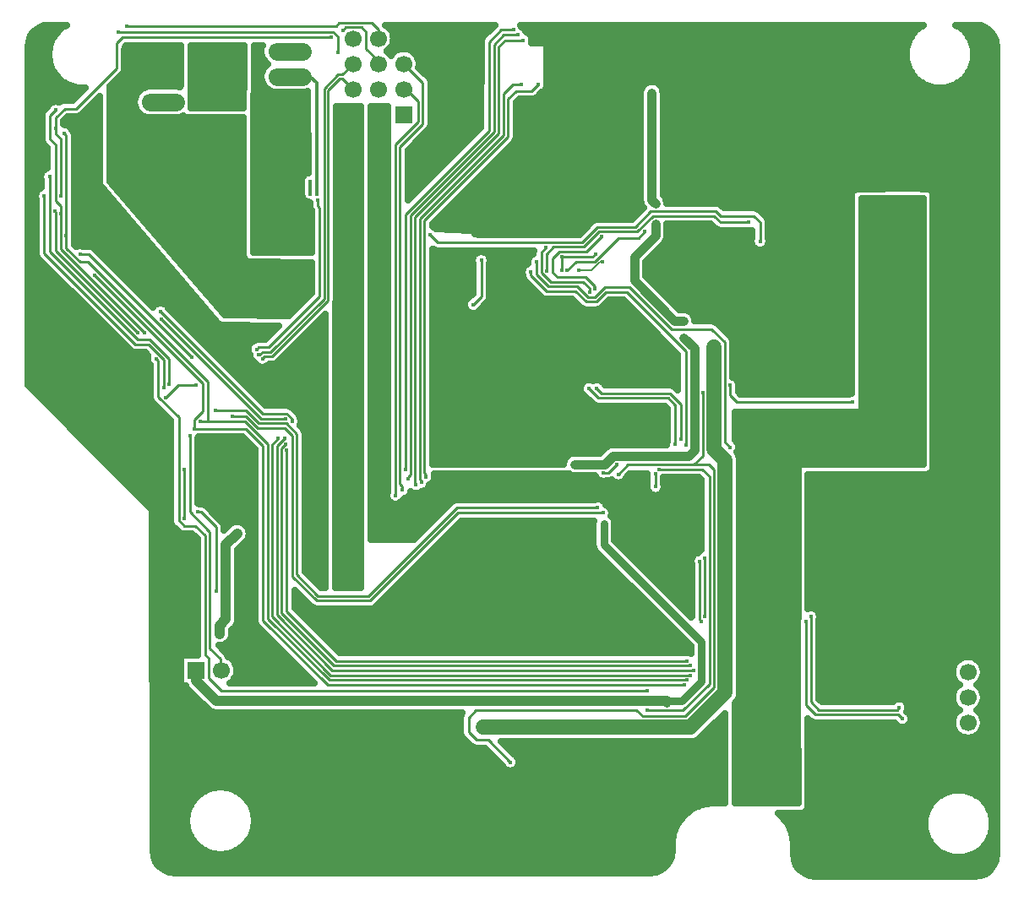
<source format=gbl>
G04 DipTrace 3.0.0.2*
G04 Bottom.gbr*
%MOMM*%
G04 #@! TF.FileFunction,Copper,L2,Bot*
G04 #@! TF.Part,Single*
G04 #@! TA.AperFunction,Conductor*
%ADD13C,0.254*%
%ADD14C,0.889*%
G04 #@! TA.AperFunction,CopperBalancing*
%ADD16C,0.635*%
G04 #@! TA.AperFunction,Conductor*
%ADD17C,0.762*%
%ADD18C,1.016*%
%ADD19C,1.778*%
%ADD20C,0.3556*%
%ADD21C,0.2286*%
%ADD22C,1.524*%
%ADD24C,0.2032*%
G04 #@! TA.AperFunction,ViaPad*
%ADD25C,0.381*%
G04 #@! TA.AperFunction,ComponentPad*
%ADD40R,1.7X1.7*%
%ADD41C,1.7*%
%FSLAX35Y35*%
G04*
G71*
G90*
G75*
G01*
G04 Bottom*
%LPD*%
X6581141Y5230250D2*
D14*
X6880861D1*
X6964681Y5314070D1*
X7719061D1*
X7780021Y5375030D1*
Y6396110D1*
X7673341Y6502790D1*
Y6670430D2*
X7581901D1*
X7178041Y7074290D1*
Y7310510D1*
X7391401Y7523870D1*
Y7638170D1*
Y7843910D2*
X7353301Y7882010D1*
Y8948810D1*
Y8834510D1*
Y8773550D2*
Y8834510D1*
Y8895470D2*
Y8948810D1*
Y8956430D2*
Y8948810D1*
X7501891Y2830584D2*
D17*
Y2860430D1*
X7658737D1*
X7851141Y3052834D1*
Y3449710D1*
X6873241Y4427610D1*
Y4635890D1*
X3025141Y3530990D2*
D18*
Y3614807D1*
X3086101Y3675767D1*
Y4423344D1*
X3199587Y4536830D1*
X7501891Y2860430D2*
X2987041D1*
X2787017Y3060454D1*
Y3163960D1*
X1623061Y7333370D2*
D13*
X1714501D1*
X2743201Y6304670D1*
X8359141Y4164084D2*
D18*
Y2544834D1*
X8470264Y2433710D1*
X3850641Y9118990D2*
D19*
X3596641D1*
X3850641D2*
D20*
X3928111D1*
X3993514Y9053587D1*
Y7942334D1*
X3596641Y9372990D2*
D19*
X3850641D1*
X3930017Y8069334D2*
D20*
Y7942337D1*
X3451861Y6289430D2*
D13*
Y6298410D1*
X3468897Y6315450D1*
X3550594D1*
X4110591Y6875447D1*
Y8981397D1*
X4227864Y9098670D1*
X4251961D1*
X4358641Y8991990D1*
X3414141Y6327144D2*
X3423121D1*
X3452064Y6356090D1*
X3533761D1*
X4069951Y6892280D1*
Y8998230D1*
X4211031Y9139310D1*
X4251961D1*
X4358641Y9245990D1*
X6248401Y6403094D2*
Y6244344D1*
X6200141Y6196084D1*
X5579747D1*
X5309874Y5926210D1*
X6819267Y6116710D2*
Y6196087D1*
X6866891Y6243710D1*
X2095501Y9626990D2*
X4191001D1*
X4221481Y9657470D1*
X4549141D1*
X4617721Y9588890D1*
Y9499990D1*
X4612641D1*
X2514601Y6030350D2*
Y6289430D1*
X2324101Y6479930D1*
X2202181D1*
X1318261Y7363850D1*
Y8118230D1*
X4612641Y9245990D2*
D21*
Y9273930D1*
X4488181Y9398390D1*
Y9566030D1*
X4442461Y9611750D1*
X4282441D1*
X4255771Y9585080D1*
X2461261Y5999870D2*
D13*
Y6281810D1*
X2308861Y6434210D1*
X2179321D1*
X1264921Y7348610D1*
Y7920110D1*
X6812281Y4795910D2*
X5403217D1*
X4517391Y3910084D1*
X4009394D1*
X3794761Y4124717D1*
Y5537590D1*
X3691891Y5640460D1*
X3415031D1*
X3288031Y5767460D1*
X2977517D1*
X7002781Y5230250D2*
X6918961Y5146430D1*
X6865621D1*
Y4742570D2*
X5413377D1*
X4533267Y3862460D1*
X3993517D1*
X3749041Y4106937D1*
Y5519810D1*
X3676014Y5592837D1*
X3401694D1*
X3284221Y5710310D1*
X3154681D1*
X7978141Y6402460D2*
D22*
Y6164337D1*
Y5382650D1*
X8089264Y5271527D1*
Y2941707D1*
X7741287Y2593730D1*
X5981701D1*
X7978141Y6354837D2*
Y6164337D1*
Y6307210D2*
Y6164337D1*
Y6259584D2*
Y6164337D1*
Y6211960D2*
Y6164337D1*
X5669281Y2593730D2*
X5753101D1*
X5981701D1*
X5644514Y7275587D2*
D13*
Y6910457D1*
X5565141Y6831084D1*
X2723514Y5512927D2*
Y4751464D1*
X2926081Y4548897D1*
Y3386210D1*
X3032761Y3279530D1*
Y3163960D1*
X3041017D1*
X8438517Y7466084D2*
Y7656580D1*
X8375014Y7720084D1*
X8041641D1*
X7994014Y7767710D1*
X7345681D1*
X7185661Y7607690D1*
X6812281D1*
X6659881Y7455290D1*
X5204461D1*
X5128261Y7531490D1*
X4008121Y7882010D2*
Y7821050D1*
X4023361Y7805810D1*
Y6914270D1*
X3512821Y6403730D1*
X3413761D1*
X3393441Y6383410D1*
X7284721Y7561970D2*
X7223761Y7501010D1*
X7018021D1*
X6781801Y7264790D1*
X6598921D1*
X6507481Y7173350D1*
X6858001Y7257170D2*
D24*
X6835141D1*
X6751321Y7173350D1*
X6621781D1*
X6294121Y7401950D2*
D13*
X6247767Y7355597D1*
Y7151124D1*
X6339841Y7059050D1*
X6667501D1*
X6728461Y6998090D1*
Y6959990D1*
X6787514Y7339084D2*
X6758941Y7310510D1*
X6454141D1*
Y7173350D1*
X8327391Y7656584D2*
X8041644D1*
X7976237Y7721990D1*
X7368541D1*
X7208521Y7561970D1*
X6827521D1*
X6675121Y7409570D1*
X6370321D1*
X6301741Y7340990D1*
Y7165730D1*
X6200141Y7257170D2*
Y7130170D1*
X6316981Y7013330D1*
X6606541D1*
X6713221Y6906650D1*
X6783707D1*
X6882767Y7005710D1*
X7132321D1*
X7551421Y6586610D1*
X7952741D1*
X8084821Y6454530D1*
Y5454407D1*
X8136891Y5402337D1*
X6851014Y7513710D2*
X6847841D1*
X6697981Y7363850D1*
X6431281D1*
X6362701Y7295270D1*
Y7150490D1*
X6408421Y7104770D1*
X6690361D1*
X6781801Y7013330D1*
Y6990470D1*
X7696201Y5420750D2*
Y6366897D1*
X7105014Y6958084D1*
X6894194D1*
X6797041Y6860930D1*
X6697981D1*
X6591301Y6967610D1*
X6301741D1*
X6141721Y7127630D1*
Y7159380D1*
X7390767Y5132460D2*
Y5005460D1*
X2802891Y4751460D2*
X2834637D1*
X2987041Y4599057D1*
Y3957710D1*
X3604261Y5490914D2*
Y5481710D1*
X3550921Y5428370D1*
Y3701804D1*
X4136387Y3116337D1*
X7740017D1*
X7771767Y3163960D2*
X4152267D1*
X3596641Y3719587D1*
Y5412584D1*
X3673387Y5489330D1*
X7740014Y3211584D2*
X4167507D1*
X3642361Y3736730D1*
Y5390270D1*
X3680461Y5428370D1*
X7708267Y3259210D2*
X4196081D1*
X3695701Y3759590D1*
Y5370220D1*
X2667001Y4689230D2*
Y5176910D1*
X3247391Y5037210D2*
X3322321Y4962280D1*
Y4102490D1*
X6080761Y9596510D2*
X6256021D1*
X6370321Y9482210D1*
Y8986910D1*
X6675121D1*
X7216141Y9527930D1*
X7650481D1*
X8602981Y8575430D1*
Y8529710D1*
Y7249550D1*
X8343267Y6989837D1*
X2326641Y8862450D2*
D19*
X2580641D1*
X8613141Y8529710D2*
D13*
X8602981D1*
X7018021Y5131190D2*
X7114541Y5227710D1*
X7777481D1*
X7863841Y5314070D1*
Y5946530D1*
X8138161Y6022730D2*
Y5923670D1*
X8206741Y5855090D1*
X9364981D1*
X5935981Y2243210D2*
X5713731Y2465460D1*
X5596891D1*
X5517514Y2544837D1*
Y2693424D1*
X5593081Y2768990D1*
X7200901D1*
X7261861Y2708030D1*
X7688581D1*
X7978141Y2997590D1*
Y5176910D1*
X7927341Y5227710D1*
X7777481D1*
X4853941Y4971170D2*
Y5009270D1*
X4831081Y5032130D1*
Y8415410D1*
X5059681Y8644010D1*
Y9052950D1*
X4866641Y9245990D1*
X7708267Y3068710D2*
X4120517D1*
X3505201Y3684027D1*
Y5428370D1*
X3276601Y5656970D1*
X2903221D1*
X2827021D1*
X1464767Y8550844D2*
X1485901Y8529710D1*
Y7523870D1*
Y7394330D1*
X1623061Y7257170D1*
X1706881D1*
X2903221Y6060830D1*
Y5656970D1*
X4137661Y9512690D2*
X2049781D1*
X1988821Y9451730D1*
Y9200270D1*
X1584961Y8796410D1*
X1470661D1*
X1379221Y8704970D1*
Y8598290D1*
X1432561Y7920110D2*
Y8491610D1*
X1379221Y8544950D1*
Y8598290D1*
X3749041Y5656970D2*
Y5687450D1*
X3695701Y5740790D1*
X3451861D1*
X2430781Y6761870D1*
X2198371Y6552320D2*
X1379221Y7371470D1*
Y7760090D1*
X1371601Y7767710D1*
X2771141Y5588390D2*
X3284221D1*
X3459481Y5413130D1*
Y3666244D1*
X4104641Y3021084D1*
X7676517D1*
X2771141Y5588390D2*
Y5677290D1*
X2857501Y5763650D1*
Y6037970D1*
X1767841Y7127630D1*
X1432561Y7744850D2*
Y7821050D1*
X1379221Y7874390D1*
Y8438270D1*
X1325881Y8491610D1*
Y8727830D1*
X1379221Y8781170D1*
X1432561Y7744850D2*
Y7386710D1*
X2270761Y6548510D1*
X2438401Y6685670D2*
X3436621Y5687450D1*
X3680461D1*
X4206241Y9360290D2*
Y9520310D1*
X4160521Y9566030D1*
X2004061D1*
X6803391Y5989707D2*
X6851014Y5942084D1*
X7533641D1*
X7642861Y5832864D1*
Y5481710D1*
X7882891Y4291087D2*
Y3703710D1*
X8946514D2*
Y2846460D1*
X9025891Y2767084D1*
X9810114D1*
X9834881Y2791850D1*
X6724014Y5989714D2*
X6819267Y5894460D1*
X7517767D1*
X7589521Y5822707D1*
Y5428370D1*
X7835264Y4259337D2*
Y3671960D1*
X7851141Y3656084D1*
X8898891D2*
Y2814710D1*
X8994141Y2719460D1*
X9823451D1*
X9865001Y2677910D1*
X6011921Y9535550D2*
X5872481D1*
X5771514Y9434584D1*
Y8561460D1*
X4937761Y7727707D1*
Y5123570D1*
X4914901Y5100710D1*
Y5085470D1*
X6065521Y9482210D2*
X5882641D1*
X5819141Y9418710D1*
Y8545584D1*
X4983481Y7709924D1*
Y5047370D1*
X4991101Y5039750D1*
Y5024510D1*
X5090161Y5100710D2*
Y5131190D1*
X5074921Y5146430D1*
Y7674367D1*
X5914391Y8513837D1*
Y8894837D1*
X5993764Y8974210D1*
X6151881D1*
X6217921Y9040250D1*
X6042661D2*
X5964557D1*
X5866767Y8942460D1*
Y8529714D1*
X5029201Y7692147D1*
Y5077850D1*
X5044441Y5062610D1*
Y5047370D1*
X5966461Y9588890D2*
X5846447D1*
X5723891Y9466334D1*
Y8577334D1*
X4884421Y7737864D1*
Y5180084D1*
X7422514D2*
X7860667D1*
X7930514Y5110237D1*
Y3026164D1*
X7665721Y2761370D1*
X7307581D1*
Y2959490D2*
X3040381D1*
X2910841Y3089030D1*
Y3287150D1*
X2880361Y3317630D1*
Y4513970D1*
X2780051Y4614280D1*
X2665751D1*
X2613661Y4666370D1*
Y5702690D1*
X2407921Y5908430D1*
Y6266687D1*
X2385177Y6289430D1*
X2788921Y6022730D2*
X2606041D1*
X2484121Y5900810D1*
X4866641Y8991990D2*
X4894581D1*
X5013961Y8872610D1*
Y8666870D1*
X4785361Y8438270D1*
Y4917830D1*
D25*
X6581141Y5230250D3*
X7673341Y6502790D3*
Y6670430D3*
X7391401Y7638170D3*
Y7843910D3*
X7501891Y2830584D3*
X6873241Y4635890D3*
X3025141Y3530990D3*
X3199587Y4536830D3*
X2743201Y6304670D3*
X1623061Y7333370D3*
X8359141Y4164084D3*
X3993514Y7942334D3*
X3930017Y8069334D3*
Y7942337D3*
X3451861Y6289430D3*
X3414141Y6327144D3*
X6248401Y6403094D3*
X6819267Y6116710D3*
X2095501Y9626990D3*
X2514601Y6030350D3*
X1318261Y8118230D3*
X4255771Y9585080D3*
X2461261Y5999870D3*
X1264921Y7920110D3*
X6812281Y4795910D3*
X2977517Y5767460D3*
X7002781Y5230250D3*
X6865621Y5146430D3*
Y4742570D3*
X3154681Y5710310D3*
X7978141Y6402460D3*
X5981701Y2593730D3*
X5644514Y7275587D3*
X5565141Y6831084D3*
X2723514Y5512927D3*
X8438517Y7466084D3*
X5128261Y7531490D3*
X4008121Y7882010D3*
X3393441Y6383410D3*
X7284721Y7561970D3*
X6507481Y7173350D3*
X6858001Y7257170D3*
X6621781Y7173350D3*
X6294121Y7401950D3*
X6728461Y6959990D3*
X6787514Y7339084D3*
X6454141Y7173350D3*
Y7310510D3*
X8327391Y7656584D3*
X6301741Y7165730D3*
X6200141Y7257170D3*
X8136891Y5402337D3*
X6851014Y7513710D3*
X6781801Y6990470D3*
X7696201Y5420750D3*
X6141721Y7159380D3*
X7390767Y5132460D3*
Y5005460D3*
X2802891Y4751460D3*
X2987041Y3957710D3*
X3604261Y5490914D3*
X7740017Y3116337D3*
X7771767Y3163960D3*
X3673387Y5489330D3*
X7740014Y3211584D3*
X3680461Y5428370D3*
X7708267Y3259210D3*
X3695701Y5370220D3*
X2667001Y4689230D3*
Y5176910D3*
X3247391Y5037210D3*
X3322321Y4102490D3*
X6080761Y9596510D3*
X6370321Y8986910D3*
X7018021Y5131190D3*
X7863841Y5946530D3*
X8138161Y6022730D3*
X9364981Y5855090D3*
X5935981Y2243210D3*
X4853941Y4971170D3*
X7708267Y3068710D3*
X2827021Y5656970D3*
X1464767Y8550844D3*
X1485901Y7523870D3*
X4137661Y9512690D3*
X1379221Y8598290D3*
X1432561Y7920110D3*
X3749041Y5656970D3*
X2430781Y6761870D3*
X2198371Y6552320D3*
X1371601Y7767710D3*
X2771141Y5588390D3*
X7676517Y3021084D3*
X1767841Y7127630D3*
X2771141Y5588390D3*
X1432561Y7744850D3*
X1379221Y8781170D3*
X2270761Y6548510D3*
X2438401Y6685670D3*
X3680461Y5687450D3*
X1432561Y7744850D3*
X4206241Y9360290D3*
X2004061Y9566030D3*
X1379221Y8781170D3*
X6803391Y5989707D3*
X7642861Y5481710D3*
X7882891Y4291087D3*
Y3703710D3*
X8946514D3*
X9834881Y2791850D3*
X6724014Y5989714D3*
X7589521Y5428370D3*
X7835264Y4259337D3*
X7851141Y3656084D3*
X8898891D3*
X9865001Y2677910D3*
X6011921Y9535550D3*
X4914901Y5085470D3*
X6065521Y9482210D3*
X4991101Y5024510D3*
X5090161Y5100710D3*
X6217921Y9040250D3*
X6042661D3*
X5044441Y5047370D3*
X5966461Y9588890D3*
X4884421Y5180084D3*
X7422514D3*
X7307581Y2761370D3*
Y2959490D3*
X2385177Y6289430D3*
X2788921Y6022730D3*
X2484121Y5900810D3*
X4785361Y4917830D3*
X7406641Y7085084D3*
X7454267D3*
X7501891D3*
Y7037460D3*
X7454267D3*
X7406641D3*
X8200391Y6989837D3*
X8248014D3*
X8295641D3*
Y6942210D3*
X8248014D3*
X8200391D3*
X7706994Y7624837D3*
X7754621D3*
X7802247D3*
Y7577210D3*
X7754621D3*
X7706994D3*
X7849871Y7624837D3*
Y7577210D3*
X7549514Y7085084D3*
Y7037460D3*
X8343267Y6989837D3*
Y6942210D3*
X8470264Y2433710D3*
X8533764D3*
X8597267D3*
X8660767D3*
X8724264D3*
X8787764D3*
Y2370210D3*
X8724264D3*
X8660767D3*
X8597267D3*
X8533764D3*
X8470264D3*
Y2306710D3*
X8533764D3*
X8597267D3*
X8660767D3*
X8724264D3*
X8787764D3*
Y2243207D3*
X8724264D3*
X8660767D3*
X8597267D3*
X8533764D3*
X8470264D3*
X9613264Y7815337D3*
X9676764D3*
X9740267D3*
X9803764D3*
X9867264D3*
X9930764D3*
Y7751837D3*
X9867264D3*
X9803764D3*
X9740267D3*
X9676764D3*
X9613264D3*
Y7688334D3*
X9676764D3*
X9740267D3*
X9803764D3*
X9867264D3*
X9930764D3*
Y7624830D3*
X9867264D3*
X9803764D3*
X9740267D3*
X9676764D3*
X9613264D3*
X5327014Y7339084D3*
X5374641D3*
X5422264D3*
X5469894D3*
Y7291460D3*
X5422264D3*
X5374641D3*
X5327014D3*
Y7243837D3*
X5374641D3*
X5422264Y7243834D3*
X5469891D3*
Y7196210D3*
X5422264D3*
X5374641D3*
X5327014D3*
X5166997Y5926210D3*
X5214621D3*
X5262244D3*
X5309874D3*
Y5878584D3*
X5262244D3*
X5214621D3*
X5166997D3*
Y5830960D3*
X5214621D3*
X5262244D3*
X5309871D3*
Y5783337D3*
X5262244D3*
X5214621D3*
X5166997D3*
X6914514Y6386584D3*
Y6338960D3*
Y6291337D3*
Y6243710D3*
X6866891D3*
Y6291337D3*
Y6338960D3*
Y6386584D3*
X6978014Y6894587D3*
X6930391Y6846960D3*
Y6894587D3*
X6978014Y6799337D3*
X8295641Y4164084D3*
X8232141D3*
X6930391Y6799337D3*
X6978014Y6846960D3*
X7978141Y6354837D3*
Y6307210D3*
Y6259584D3*
Y6211960D3*
Y6164337D3*
X7676514Y4037084D3*
X7740014D3*
Y3973584D3*
X7676514D3*
Y3910084D3*
X7740014D3*
Y3846584D3*
X7676514D3*
Y3783084D3*
X7740014D3*
X4198621Y4140590D3*
X4274821D3*
X4351021D3*
X4427221D3*
Y4079630D3*
X4351021D3*
X4274821D3*
X4198621D3*
Y4018670D3*
X4274821D3*
X4351021D3*
X4427221D3*
X7353301Y8834510D3*
Y8773550D3*
Y8895470D3*
Y8956430D3*
X5669281Y2593730D3*
X5753101D3*
X3482341Y7760090D3*
X3545841D3*
X3609344D3*
X3672844D3*
X3736341D3*
X3799841D3*
Y7696590D3*
X3736341D3*
X3672844D3*
X3609344D3*
X3545841D3*
X3482341D3*
Y7633090D3*
X3545841D3*
X3609344D3*
X3672844D3*
X3736341D3*
X3799841D3*
Y7569587D3*
X3736341D3*
X3672844D3*
X3609344D3*
X3545841D3*
X3482341D3*
X3489961Y8415410D3*
X3553461D3*
X3616964D3*
X3680464D3*
X3743961D3*
X3807461D3*
Y8351910D3*
X3743961D3*
X3680464D3*
X3616964D3*
X3553461D3*
X3489961D3*
Y8288410D3*
X3553461D3*
X3616964D3*
X3680464D3*
X3743961D3*
X3807461D3*
Y8224907D3*
X3743961D3*
X3680464D3*
X3616964D3*
X3553461D3*
X3489961D3*
X6301741Y6746630D3*
X6423661Y6624710D3*
Y6746630D3*
X6553201D3*
X6423661Y6876170D3*
X5000624Y8329684D3*
X5048251D3*
X5095874D3*
X5143504D3*
Y8282060D3*
X5095874D3*
X5048251D3*
X5000624D3*
Y8234437D3*
X5048251D3*
X5095874Y8234434D3*
X5143501D3*
Y8186810D3*
X5095874D3*
X5048251D3*
X5000624D3*
X3627121Y7211454D3*
X3690621D3*
X3754124D3*
X3817624D3*
X3881121D3*
X3944621D3*
Y7147954D3*
X3881121D3*
X3817624D3*
X3754124D3*
X3690621D3*
X3627121D3*
Y7084454D3*
X3690621D3*
X3754124D3*
X3817624D3*
X3881121D3*
X3944621D3*
Y7020950D3*
X3881121D3*
X3817624D3*
X3754124D3*
X3690621D3*
X3756661Y6959990D3*
X3944617D3*
X3881117D3*
X3817621D3*
X5524501Y9543170D3*
X5572127D3*
X5619751D3*
X6551294D3*
X6598921D3*
X5619751Y9495547D3*
X5572127D3*
X5524501D3*
Y9447924D3*
X5572127D3*
X5619751Y9447920D3*
X6646544Y9543170D3*
Y9495547D3*
X5619751Y9400297D3*
X5572127D3*
X5524501D3*
X6598921Y9495547D3*
X6551294D3*
Y9447924D3*
X6598921D3*
X6646544Y9447920D3*
Y9400297D3*
X6598921D3*
X6551294D3*
X5829301Y2593730D3*
X5905501D3*
X1755141Y8021710D3*
Y8275710D3*
Y7767710D3*
Y7513710D3*
X2009141D3*
Y7259710D3*
X2263141D3*
Y7005710D3*
X1501141D3*
Y6497710D3*
X1247141Y8529710D3*
Y9037710D3*
Y9291710D3*
Y9545710D3*
X2009141Y6497710D3*
X1501141Y5989710D3*
X2009141D3*
Y5481710D3*
X2517141D3*
Y3957710D3*
Y3449710D3*
Y2941710D3*
Y2433710D3*
X3025141D3*
X3533141D3*
Y3449710D3*
X2517141Y1925710D3*
X3533141D3*
Y1417710D3*
X2517141D3*
X4041141D3*
Y1925710D3*
X4549141D3*
Y1417710D3*
X5057141Y1925710D3*
Y1417710D3*
X6581141D3*
Y1925710D3*
X6073141D3*
X5565141D3*
X6073141Y2433710D3*
X6581141D3*
X7089141D3*
Y1925710D3*
Y1417710D3*
X7597141Y1925710D3*
Y2433710D3*
X6073141Y3449710D3*
Y3957710D3*
X6581141Y3449710D3*
Y3957710D3*
X7089141Y3449710D3*
X7597141D3*
X6073141Y4465710D3*
X6581141D3*
X5565141D3*
X9121141Y2433710D3*
Y1925710D3*
Y1417710D3*
X9629141D3*
Y1925710D3*
Y2433710D3*
X10137141D3*
Y1925710D3*
Y1417710D3*
X10645141Y1925710D3*
Y2433710D3*
X10137141Y3449710D3*
X9629141D3*
X9121141D3*
Y2941710D3*
X9629141D3*
X10137141Y3957710D3*
Y4465710D3*
X10645141D3*
Y3957710D3*
Y3449710D3*
Y4973710D3*
Y5481710D3*
Y5989710D3*
Y6497710D3*
Y7005710D3*
Y7513710D3*
Y8021710D3*
Y8529710D3*
Y9037710D3*
Y9545710D3*
X3914141Y4338710D3*
X9629141Y9037710D3*
Y9545710D3*
X9121141D3*
Y9037710D3*
Y8529710D3*
X9629141D3*
X10137141D3*
Y8021710D3*
X9629141D3*
X8613141Y8529710D3*
X8232141Y8402710D3*
X7851141D3*
X7470141D3*
X7089141D3*
X6708141D3*
X6327141D3*
X5946141D3*
Y8021710D3*
X3914141Y5481710D3*
Y4973710D3*
X4041141Y5354710D3*
X2390141Y4846710D3*
X3787141Y3830710D3*
X3660141Y3068710D3*
X3533141Y3195710D3*
X3660141D3*
X3533141Y3068710D3*
X8613141Y7005710D3*
X4041141Y4338710D3*
X8867141Y7005710D3*
Y6751710D3*
X9121141Y7005710D3*
Y6751710D3*
Y6497710D3*
X8867141D3*
X9121141Y6243710D3*
X3279141Y3703710D3*
X5753101Y1925710D3*
Y1773310D3*
X5941061Y1925710D3*
Y1773310D3*
X5565141D3*
X8409941Y8989450D3*
Y8923410D3*
X7651052Y7593420D2*
D16*
X7876601D1*
X7651052Y7530254D2*
X7876601D1*
X7651052Y7467087D2*
X7876601D1*
X7651052Y7403920D2*
X7876601D1*
X7651052Y7340754D2*
X7876601D1*
X7651052Y7277587D2*
X7876601D1*
X7651052Y7214420D2*
X7876601D1*
X7651052Y7151254D2*
X7876601D1*
X7651052Y7088087D2*
X7876601D1*
X7397114Y7024920D2*
X7876601D1*
X7454971Y6961754D2*
X8336976D1*
X7390806Y7019577D2*
X7499902Y6910481D1*
X8343264Y6910460D1*
Y7021587D1*
X7909674Y7021977D1*
X7900226Y7025047D1*
X7892190Y7030886D1*
X7886351Y7038923D1*
X7883281Y7048370D1*
X7882890Y7085087D1*
Y7642076D1*
X7644723Y7641980D1*
X7644373Y7111870D1*
X7641303Y7102423D1*
X7635465Y7094386D1*
X7627428Y7088547D1*
X7617981Y7085478D1*
X7581264Y7085087D1*
X7390764D1*
Y7019479D1*
X9460805Y7831544D2*
X10067230D1*
X9460805Y7768377D2*
X10067230D1*
X9460805Y7705210D2*
X10067230D1*
X9460805Y7642044D2*
X10067230D1*
X9460805Y7578877D2*
X10067230D1*
X9460805Y7515710D2*
X10067230D1*
X9460805Y7452544D2*
X10067230D1*
X9460805Y7389377D2*
X10067230D1*
X9460805Y7326210D2*
X10067230D1*
X9460805Y7263044D2*
X10067230D1*
X9460805Y7199877D2*
X10067230D1*
X9460805Y7136710D2*
X10067230D1*
X9460805Y7073544D2*
X10067230D1*
X9460805Y7010377D2*
X10067230D1*
X9460805Y6947210D2*
X10067230D1*
X9460805Y6884044D2*
X10067230D1*
X9460805Y6820877D2*
X10067230D1*
X9460805Y6757710D2*
X10067230D1*
X9460805Y6694544D2*
X10067230D1*
X9460805Y6631377D2*
X10067230D1*
X9460805Y6568210D2*
X10067230D1*
X9460805Y6505044D2*
X10067230D1*
X9460805Y6441877D2*
X10067230D1*
X9460805Y6378710D2*
X10067230D1*
X9460805Y6315544D2*
X10067230D1*
X9460805Y6252377D2*
X10067230D1*
X9460805Y6189210D2*
X10067230D1*
X9460805Y6126044D2*
X10067230D1*
X9460805Y6062877D2*
X10067230D1*
X9460805Y5999710D2*
X10067230D1*
X9460805Y5936544D2*
X10067230D1*
X9460805Y5873377D2*
X10067230D1*
X9460805Y5810210D2*
X10067230D1*
X8190867Y5747044D2*
X10067230D1*
X8190867Y5683877D2*
X10067230D1*
X8190867Y5620710D2*
X10067230D1*
X8190867Y5557544D2*
X10067230D1*
X8190867Y5494377D2*
X10067230D1*
X8224664Y5431210D2*
X10067230D1*
X8222555Y5368044D2*
X10067230D1*
X8235206Y5304877D2*
X10067230D1*
X8239050Y5241710D2*
X10067230D1*
X8239050Y5178544D2*
X8813229D1*
X8239050Y5115377D2*
X8813229D1*
X8239050Y5052210D2*
X8813229D1*
X8239050Y4989044D2*
X8813229D1*
X8239050Y4925877D2*
X8813229D1*
X8239050Y4862710D2*
X8813229D1*
X8239050Y4799544D2*
X8813229D1*
X8239050Y4736377D2*
X8813229D1*
X8239050Y4673210D2*
X8813229D1*
X8239050Y4610044D2*
X8813229D1*
X8239050Y4546877D2*
X8813229D1*
X8239050Y4483710D2*
X8813229D1*
X8239050Y4420544D2*
X8813229D1*
X8239050Y4357377D2*
X8813229D1*
X8239050Y4294210D2*
X8813229D1*
X8239050Y4231044D2*
X8813229D1*
X8239050Y4167877D2*
X8813229D1*
X8239050Y4104710D2*
X8813229D1*
X8239050Y4041544D2*
X8813229D1*
X8239050Y3978377D2*
X8813229D1*
X8239050Y3915210D2*
X8813229D1*
X8239050Y3852044D2*
X8813229D1*
X8239050Y3788877D2*
X8813229D1*
X8239050Y3725710D2*
X8813229D1*
X8239050Y3662544D2*
X8806408D1*
X8239050Y3599377D2*
X8812609D1*
X8239050Y3536210D2*
X8812609D1*
X8239050Y3473044D2*
X8812609D1*
X8239050Y3409877D2*
X8812609D1*
X8239050Y3346710D2*
X8812609D1*
X8239050Y3283544D2*
X8812609D1*
X8239050Y3220377D2*
X8812609D1*
X8239050Y3157210D2*
X8812609D1*
X8239050Y3094044D2*
X8812609D1*
X8239050Y3030877D2*
X8812609D1*
X8239050Y2967710D2*
X8812609D1*
X8234213Y2904544D2*
X8812609D1*
X8198123Y2841377D2*
X8812609D1*
X8190867Y2778210D2*
X8813229D1*
X8190867Y2715044D2*
X8813229D1*
X8190867Y2651877D2*
X8813229D1*
X8190867Y2588710D2*
X8813229D1*
X8190867Y2525544D2*
X8813229D1*
X8190867Y2462377D2*
X8813229D1*
X8190867Y2399210D2*
X8813229D1*
X8190867Y2336044D2*
X8813229D1*
X8190867Y2272877D2*
X8813229D1*
X8190867Y2209710D2*
X8813229D1*
X8190867Y2146544D2*
X8813229D1*
X8190867Y2083377D2*
X8813229D1*
X8190867Y2020210D2*
X8813229D1*
X8190867Y1957044D2*
X8813229D1*
X8190867Y1893877D2*
X8813229D1*
X8190867Y1830710D2*
X8813229D1*
X8232774Y5239777D2*
X8232332Y2930447D1*
X8228809Y2908205D1*
X8221850Y2886788D1*
X8211626Y2866723D1*
X8198390Y2848505D1*
X8184514Y2834003D1*
X8184517Y1830460D1*
X8819517D1*
X8818880Y2941710D1*
Y3623467D1*
X8813594Y3642574D1*
X8812531Y3656084D1*
X8813594Y3669593D1*
X8816757Y3682770D1*
X8819559Y3690118D1*
X8819908Y5200927D1*
X8822978Y5210375D1*
X8828816Y5218411D1*
X8836853Y5224250D1*
X8846300Y5227320D1*
X8883017Y5227710D1*
X10073640D1*
X10073641Y7894710D1*
X9454517D1*
X9454126Y5778370D1*
X9451057Y5768923D1*
X9445218Y5760886D1*
X9437181Y5755047D1*
X9427734Y5751978D1*
X9391017Y5751587D1*
X8184517D1*
Y5474395D1*
X8197956Y5463403D1*
X8206757Y5453098D1*
X8213838Y5441544D1*
X8219024Y5429024D1*
X8222187Y5415847D1*
X8223251Y5402337D1*
X8222187Y5388827D1*
X8219024Y5375650D1*
X8213838Y5363130D1*
X8207537Y5352743D1*
X8217132Y5336679D1*
X8225750Y5315874D1*
X8231007Y5293977D1*
X8232774Y5271527D1*
Y5239777D1*
X5161189Y7365787D2*
X5485957D1*
X5161189Y7302620D2*
X5485708D1*
X5161189Y7239454D2*
X5485584D1*
X5161189Y7176287D2*
X5485336D1*
X5161189Y7113120D2*
X5485088D1*
X5161189Y7049954D2*
X5484964D1*
X5161189Y6986787D2*
X5484716D1*
X5161189Y6923620D2*
X5484468D1*
X5161189Y6860454D2*
X5477523D1*
X5161189Y6797287D2*
X5479259D1*
X5161189Y6734120D2*
X5483848D1*
X5161189Y6670954D2*
X5483724D1*
X5161189Y6607787D2*
X5483476D1*
X5161189Y6544620D2*
X5483228D1*
X5161189Y6481454D2*
X5483104D1*
X5161189Y6418287D2*
X5482856D1*
X5161189Y6355120D2*
X5482608D1*
X5161189Y6291954D2*
X5482484D1*
X5161189Y6228787D2*
X5482236D1*
X5161189Y6165620D2*
X5482112D1*
X5161189Y6102454D2*
X5481864D1*
X5161189Y6039287D2*
X5481616D1*
X5161189Y5976120D2*
X5481492D1*
X5161189Y5912954D2*
X5481244D1*
X5161189Y5849787D2*
X5480996D1*
X5161189Y5786620D2*
X5480872D1*
X5161189Y5723454D2*
X5480624D1*
X5161189Y5660287D2*
X5480375D1*
X5161189Y5597120D2*
X5480251D1*
X5161189Y5533954D2*
X5480003D1*
X5161189Y5470787D2*
X5479755D1*
X5161189Y5407620D2*
X5479631D1*
X5161189Y5344454D2*
X5479383D1*
X5161189Y5281287D2*
X5479135D1*
X5154995Y5231520D2*
X5485393D1*
X5490418Y6787905D1*
X5483007Y6804397D1*
X5479844Y6817574D1*
X5478781Y6831084D1*
X5479844Y6844593D1*
X5483007Y6857770D1*
X5490743Y6874843D1*
X5492319Y7375277D1*
X5198183Y7375527D1*
X5179736Y7379196D1*
X5162655Y7387070D1*
X5156642Y7391184D1*
X5154931Y7388617D1*
Y5231477D1*
X5418999Y7322274D2*
X5565545D1*
X5723476D2*
X6137045D1*
X5419867Y7259107D2*
X5553391D1*
X5735631D2*
X6107403D1*
X5420735Y7195940D2*
X5558227D1*
X5730794D2*
X6057174D1*
X5421603Y7132774D2*
X5558227D1*
X5730794D2*
X6053205D1*
X5422471Y7069607D2*
X5558227D1*
X5730794D2*
X6080242D1*
X5423340Y7006440D2*
X5558227D1*
X5730794D2*
X6143494D1*
X5424208Y6943274D2*
X5557855D1*
X5730794D2*
X6206622D1*
X5425076Y6880107D2*
X5487658D1*
X5724841D2*
X6559345D1*
X5425944Y6816940D2*
X5473643D1*
X5670394D2*
X6622473D1*
X6872553D2*
X7126752D1*
X5426688Y6753774D2*
X5520276D1*
X5609995D2*
X7189880D1*
X5427556Y6690607D2*
X7253008D1*
X5428425Y6627440D2*
X7316260D1*
X5429293Y6564274D2*
X7379388D1*
X5430161Y6501107D2*
X7442516D1*
X5431029Y6437940D2*
X7505643D1*
X5431897Y6374774D2*
X7568895D1*
X5432765Y6311607D2*
X7609823D1*
X5433634Y6248440D2*
X7609823D1*
X5434502Y6185274D2*
X7609823D1*
X5435370Y6122107D2*
X7609823D1*
X5436238Y6058940D2*
X6666005D1*
X6861391D2*
X7609823D1*
X5437106Y5995774D2*
X6631526D1*
X5437974Y5932607D2*
X6652858D1*
X5438718Y5869440D2*
X6724792D1*
X5439587Y5806274D2*
X7486544D1*
X5440455Y5743107D2*
X7503163D1*
X5441323Y5679940D2*
X7503163D1*
X5442191Y5616774D2*
X7503163D1*
X5443059Y5553607D2*
X7503163D1*
X5443927Y5490440D2*
X7503163D1*
X5444796Y5427274D2*
X7496838D1*
X5445664Y5364107D2*
X6850304D1*
X5446532Y5300940D2*
X6488279D1*
X5447400Y5237774D2*
X6463351D1*
X5440993Y5231520D2*
X6469395D1*
X6470756Y5247733D1*
X6474850Y5264786D1*
X6481562Y5280988D1*
X6490725Y5295941D1*
X6502114Y5309277D1*
X6515450Y5320666D1*
X6530403Y5329829D1*
X6546605Y5336540D1*
X6563657Y5340634D1*
X6581141Y5342010D1*
X6834520D1*
X6892098Y5399053D1*
X6906286Y5409361D1*
X6921912Y5417323D1*
X6938591Y5422742D1*
X6955912Y5425486D1*
X7091681Y5425830D1*
X7503314D1*
X7504224Y5441880D1*
X7509542Y5460897D1*
X7509510Y5789651D1*
X7484623Y5814453D1*
X6812990Y5814697D1*
X6794543Y5818366D1*
X6777462Y5826240D1*
X6762691Y5837885D1*
X6762108Y5838515D1*
X6690341Y5910235D1*
X6673253Y5919847D1*
X6662948Y5928648D1*
X6654147Y5938952D1*
X6647067Y5950507D1*
X6641881Y5963027D1*
X6638717Y5976204D1*
X6637654Y5989714D1*
X6638717Y6003223D1*
X6641881Y6016400D1*
X6647067Y6028920D1*
X6654147Y6040475D1*
X6662948Y6050779D1*
X6673253Y6059580D1*
X6684807Y6066661D1*
X6697327Y6071847D1*
X6710504Y6075010D1*
X6724014Y6076074D1*
X6737524Y6075010D1*
X6750701Y6071847D1*
X6764184Y6066654D1*
X6776704Y6071840D1*
X6789881Y6075004D1*
X6803391Y6076067D1*
X6816900Y6075004D1*
X6830077Y6071840D1*
X6842597Y6066654D1*
X6854152Y6059574D1*
X6864456Y6050773D1*
X6873257Y6040468D1*
X6882944Y6023261D1*
X6946264Y6022094D1*
X7539918Y6021847D1*
X7558365Y6018178D1*
X7575446Y6010303D1*
X7590216Y5998659D1*
X7590799Y5998029D1*
X7616263Y5972613D1*
X7616190Y6333687D1*
X7071781Y6878164D1*
X6927288Y6878073D1*
X6849003Y6800090D1*
X6833364Y6789641D1*
X6815719Y6783131D1*
X6797041Y6780920D1*
X6796182Y6780954D1*
X6691703Y6781167D1*
X6673256Y6784836D1*
X6656175Y6792710D1*
X6641405Y6804354D1*
X6640822Y6804985D1*
X6558179Y6887580D1*
X6295463Y6887847D1*
X6277016Y6891516D1*
X6259935Y6899391D1*
X6245165Y6911035D1*
X6244582Y6911665D1*
X6080880Y7075668D1*
X6070431Y7091306D1*
X6063921Y7108952D1*
X6061918Y7122358D1*
X6056424Y7145871D1*
X6055361Y7159380D1*
X6056424Y7172890D1*
X6059587Y7186067D1*
X6064773Y7198587D1*
X6071854Y7210141D1*
X6080655Y7220446D1*
X6090959Y7229247D1*
X6102514Y7236328D1*
X6115212Y7241564D1*
X6113781Y7257170D1*
X6114844Y7270680D1*
X6118007Y7283857D1*
X6123193Y7296377D1*
X6130274Y7307931D1*
X6139075Y7318236D1*
X6149379Y7327037D1*
X6160934Y7334118D1*
X6167813Y7337222D1*
X6168742Y7368113D1*
X6170241Y7375243D1*
X5411833Y7375280D1*
X5441107Y5231484D1*
X5724524Y7242969D2*
X5724278Y6904179D1*
X5720608Y6885732D1*
X5712734Y6868652D1*
X5701090Y6853881D1*
X5700459Y6853298D1*
X5644700Y6797491D1*
X5635007Y6780322D1*
X5626206Y6770018D1*
X5615902Y6761217D1*
X5604347Y6754136D1*
X5591827Y6748950D1*
X5578650Y6745787D1*
X5565141Y6744724D1*
X5551631Y6745787D1*
X5538454Y6748950D1*
X5525934Y6754136D1*
X5514379Y6761217D1*
X5504075Y6770018D1*
X5495274Y6780322D1*
X5488193Y6791877D1*
X5483007Y6804397D1*
X5479844Y6817574D1*
X5478781Y6831084D1*
X5479844Y6844593D1*
X5483007Y6857770D1*
X5488193Y6870290D1*
X5495274Y6881845D1*
X5504075Y6892149D1*
X5514379Y6900950D1*
X5531587Y6910637D1*
X5564604Y6943698D1*
X5564504Y7242964D1*
X5559217Y7262077D1*
X5558154Y7275587D1*
X5559217Y7289097D1*
X5562381Y7302274D1*
X5567567Y7314794D1*
X5574647Y7326348D1*
X5583448Y7336653D1*
X5593753Y7345454D1*
X5605307Y7352534D1*
X5617827Y7357720D1*
X5631004Y7360884D1*
X5644514Y7361947D1*
X5658024Y7360884D1*
X5671201Y7357720D1*
X5683720Y7352534D1*
X5695275Y7345454D1*
X5705580Y7336653D1*
X5714381Y7326348D1*
X5721461Y7314794D1*
X5726647Y7302274D1*
X5729811Y7289097D1*
X5730874Y7275587D1*
X5729811Y7262077D1*
X5724493Y7243060D1*
X4196892Y8754834D2*
X4434843D1*
X4196892Y8691667D2*
X4434843D1*
X4196892Y8628500D2*
X4434843D1*
X4196892Y8565334D2*
X4434843D1*
X4196892Y8502167D2*
X4434843D1*
X4196892Y8439000D2*
X4434843D1*
X4196892Y8375834D2*
X4434843D1*
X4196892Y8312667D2*
X4434843D1*
X4196892Y8249500D2*
X4434843D1*
X4196892Y8186334D2*
X4434843D1*
X4196892Y8123167D2*
X4434843D1*
X4196892Y8060000D2*
X4434843D1*
X4196892Y7996834D2*
X4434843D1*
X4196892Y7933667D2*
X4434843D1*
X4196892Y7870500D2*
X4434843D1*
X4196892Y7807334D2*
X4434843D1*
X4196892Y7744167D2*
X4434843D1*
X4196892Y7681000D2*
X4434843D1*
X4196892Y7617834D2*
X4434843D1*
X4196892Y7554667D2*
X4434843D1*
X4196892Y7491500D2*
X4434843D1*
X4196892Y7428334D2*
X4434843D1*
X4196892Y7365167D2*
X4434843D1*
X4196892Y7302000D2*
X4434843D1*
X4196892Y7238834D2*
X4434843D1*
X4196892Y7175667D2*
X4434843D1*
X4196892Y7112500D2*
X4434843D1*
X4196892Y7049334D2*
X4434843D1*
X4196892Y6986167D2*
X4434843D1*
X4196892Y6923000D2*
X4434843D1*
X4195403Y6859834D2*
X4434843D1*
X4191001Y6796667D2*
X4434843D1*
X4191001Y6733500D2*
X4434843D1*
X4191001Y6670334D2*
X4434843D1*
X4191001Y6607167D2*
X4434843D1*
X4191001Y6544000D2*
X4434843D1*
X4191001Y6480834D2*
X4434843D1*
X4191001Y6417667D2*
X4434843D1*
X4191001Y6354500D2*
X4434843D1*
X4191001Y6291334D2*
X4434843D1*
X4191001Y6228167D2*
X4434843D1*
X4191001Y6165000D2*
X4434843D1*
X4191001Y6101834D2*
X4434843D1*
X4191001Y6038667D2*
X4434843D1*
X4191001Y5975500D2*
X4434843D1*
X4191001Y5912334D2*
X4434843D1*
X4191001Y5849167D2*
X4434843D1*
X4191001Y5786000D2*
X4434843D1*
X4191001Y5722834D2*
X4434843D1*
X4191001Y5659667D2*
X4434843D1*
X4191001Y5596500D2*
X4434843D1*
X4191001Y5533334D2*
X4434843D1*
X4191001Y5470167D2*
X4434843D1*
X4191001Y5407000D2*
X4434843D1*
X4191001Y5343834D2*
X4434843D1*
X4191001Y5280667D2*
X4434843D1*
X4191001Y5217500D2*
X4434843D1*
X4191001Y5154334D2*
X4434843D1*
X4191001Y5091167D2*
X4434843D1*
X4191001Y5028000D2*
X4434843D1*
X4191001Y4964834D2*
X4434843D1*
X4191001Y4901667D2*
X4434843D1*
X4191001Y4838500D2*
X4434843D1*
X4191001Y4775334D2*
X4434843D1*
X4191001Y4712167D2*
X4434843D1*
X4191001Y4649000D2*
X4434843D1*
X4191001Y4585834D2*
X4434843D1*
X4191001Y4522667D2*
X4434843D1*
X4191001Y4459500D2*
X4434843D1*
X4191001Y4396334D2*
X4434843D1*
X4191001Y4333167D2*
X4434843D1*
X4191001Y4270000D2*
X4434843D1*
X4191001Y4206834D2*
X4434843D1*
X4191001Y4143667D2*
X4434843D1*
X4191001Y4080500D2*
X4434843D1*
X4191001Y4017334D2*
X4434843D1*
X4190601Y8818058D2*
X4190354Y6869169D1*
X4186685Y6850722D1*
X4186336Y6849779D1*
X4186685Y6850722D1*
X4184651Y6817750D1*
Y3990140D1*
X4441119Y3990094D1*
X4441191Y8818000D1*
X4190539D1*
X4546628Y8754834D2*
X4701483D1*
X4546628Y8691667D2*
X4701483D1*
X4546628Y8628500D2*
X4701483D1*
X4546628Y8565334D2*
X4701483D1*
X4546628Y8502167D2*
X4701483D1*
X4546628Y8439000D2*
X4699003D1*
X4546628Y8375834D2*
X4699003D1*
X4546628Y8312667D2*
X4699003D1*
X4546628Y8249500D2*
X4699003D1*
X4546628Y8186334D2*
X4699003D1*
X4546628Y8123167D2*
X4699003D1*
X4546628Y8060000D2*
X4699003D1*
X4546628Y7996834D2*
X4699003D1*
X4546628Y7933667D2*
X4699003D1*
X4546628Y7870500D2*
X4699003D1*
X4546628Y7807334D2*
X4699003D1*
X4546628Y7744167D2*
X4699003D1*
X4546628Y7681000D2*
X4699003D1*
X4546628Y7617834D2*
X4699003D1*
X4546628Y7554667D2*
X4699003D1*
X4546628Y7491500D2*
X4699003D1*
X4546628Y7428334D2*
X4699003D1*
X4546628Y7365167D2*
X4699003D1*
X4546628Y7302000D2*
X4699003D1*
X4546628Y7238834D2*
X4699003D1*
X4546628Y7175667D2*
X4699003D1*
X4546628Y7112500D2*
X4699003D1*
X4546628Y7049334D2*
X4699003D1*
X4546628Y6986167D2*
X4699003D1*
X4546628Y6923000D2*
X4699003D1*
X4546628Y6859834D2*
X4699003D1*
X4546628Y6796667D2*
X4699003D1*
X4546628Y6733500D2*
X4699003D1*
X4546628Y6670334D2*
X4699003D1*
X4546628Y6607167D2*
X4699003D1*
X4546628Y6544000D2*
X4699003D1*
X4546628Y6480834D2*
X4699003D1*
X4546628Y6417667D2*
X4699003D1*
X4546628Y6354500D2*
X4699003D1*
X4546628Y6291334D2*
X4699003D1*
X4546628Y6228167D2*
X4699003D1*
X4546628Y6165000D2*
X4699003D1*
X4546628Y6101834D2*
X4699003D1*
X4546628Y6038667D2*
X4699003D1*
X4546628Y5975500D2*
X4699003D1*
X4546628Y5912334D2*
X4699003D1*
X4546628Y5849167D2*
X4699003D1*
X4546628Y5786000D2*
X4699003D1*
X4546628Y5722834D2*
X4699003D1*
X4546628Y5659667D2*
X4699003D1*
X4546628Y5596500D2*
X4699003D1*
X4546628Y5533334D2*
X4699003D1*
X4546628Y5470167D2*
X4699003D1*
X4546628Y5407000D2*
X4699003D1*
X4546628Y5343834D2*
X4699003D1*
X4546628Y5280667D2*
X4699003D1*
X4546628Y5217500D2*
X4699003D1*
X4546628Y5154334D2*
X4699003D1*
X4546628Y5091167D2*
X4699003D1*
X5182372D2*
X6792891D1*
X7100891D2*
X7304487D1*
X7477054D2*
X7830099D1*
X4546628Y5028000D2*
X4699003D1*
X5143057D2*
X7301015D1*
X7480526D2*
X7844237D1*
X4546628Y4964834D2*
X4699003D1*
X5076208D2*
X7308208D1*
X7473333D2*
X7844237D1*
X4546628Y4901667D2*
X4694166D1*
X4911505D2*
X7844237D1*
X4546628Y4838500D2*
X4744892D1*
X4825805D2*
X5326314D1*
X6893771D2*
X7844237D1*
X4546628Y4775334D2*
X5263186D1*
X6951814D2*
X7844237D1*
X4546628Y4712167D2*
X5200058D1*
X6952807D2*
X7844237D1*
X4546628Y4649000D2*
X5136806D1*
X6984184D2*
X7844237D1*
X4546628Y4585834D2*
X5073678D1*
X6984929D2*
X7844237D1*
X4546628Y4522667D2*
X5010550D1*
X6984929D2*
X7844237D1*
X6996711Y4459500D2*
X7844237D1*
X7059839Y4396334D2*
X7844237D1*
X7123091Y4333167D2*
X7784086D1*
X7186219Y4270000D2*
X7743158D1*
X7249347Y4206834D2*
X7748987D1*
X7312599Y4143667D2*
X7748987D1*
X7375726Y4080500D2*
X7748987D1*
X7438854Y4017334D2*
X7748987D1*
X7502106Y3954167D2*
X7748987D1*
X7565234Y3891000D2*
X7748987D1*
X7628362Y3827834D2*
X7748987D1*
X7691614Y3764667D2*
X7748987D1*
X4540251Y8817380D2*
Y4477056D1*
X4971321Y4477140D1*
X5351255Y4856751D1*
X5366893Y4867200D1*
X5384539Y4873710D1*
X5403217Y4875920D1*
X5404075Y4875887D1*
X6779753Y4875920D1*
X6798771Y4881207D1*
X6812281Y4882270D1*
X6825790Y4881207D1*
X6838967Y4878044D1*
X6851487Y4872858D1*
X6863042Y4865777D1*
X6873346Y4856976D1*
X6882147Y4846671D1*
X6889228Y4835117D1*
X6893818Y4824212D1*
X6910744Y4816204D1*
X6921707Y4808239D1*
X6931289Y4798657D1*
X6939255Y4787693D1*
X6945407Y4775619D1*
X6949594Y4762731D1*
X6951714Y4749346D1*
Y4735795D1*
X6949594Y4722410D1*
X6946278Y4711883D1*
X6958519Y4697849D1*
X6967162Y4683745D1*
X6973491Y4668464D1*
X6977353Y4652380D1*
X6978651Y4635890D1*
Y4471311D1*
X7750124Y3699799D1*
X7755254Y3703710D1*
Y4226717D1*
X7749967Y4245827D1*
X7748904Y4259337D1*
X7749967Y4272847D1*
X7753131Y4286024D1*
X7758317Y4298544D1*
X7765397Y4310098D1*
X7774198Y4320403D1*
X7784503Y4329204D1*
X7796057Y4336284D1*
X7813854Y4342959D1*
X7826804Y4356756D1*
X7837768Y4364721D1*
X7850513Y4371121D1*
X7850504Y5077139D1*
X7827546Y5100053D1*
X7470862Y5100073D1*
X7470777Y5038078D1*
X7476064Y5018970D1*
X7477127Y5005460D1*
X7476064Y4991951D1*
X7472900Y4978774D1*
X7467715Y4966254D1*
X7460634Y4954699D1*
X7451833Y4944395D1*
X7441528Y4935594D1*
X7429974Y4928513D1*
X7417454Y4923327D1*
X7404277Y4920164D1*
X7390767Y4919100D1*
X7377258Y4920164D1*
X7364080Y4923327D1*
X7351561Y4928513D1*
X7340006Y4935594D1*
X7329701Y4944395D1*
X7320900Y4954699D1*
X7313820Y4966254D1*
X7308634Y4978774D1*
X7305470Y4991951D1*
X7304407Y5005460D1*
X7305470Y5018970D1*
X7310788Y5037987D1*
X7310757Y5099842D1*
X7305470Y5118951D1*
X7304477Y5134234D1*
X7133164Y5133299D1*
X7097538Y5097556D1*
X7087887Y5080429D1*
X7079086Y5070125D1*
X7068782Y5061324D1*
X7057227Y5054243D1*
X7044707Y5049057D1*
X7031530Y5045894D1*
X7018021Y5044830D1*
X7004511Y5045894D1*
X6991334Y5049057D1*
X6978814Y5054243D1*
X6967259Y5061324D1*
X6953233Y5074151D1*
X6937639Y5068631D1*
X6918961Y5066420D1*
X6918102Y5066454D1*
X6898001Y5066420D1*
X6879130Y5061134D1*
X6865621Y5060070D1*
X6852111Y5061134D1*
X6838934Y5064297D1*
X6826414Y5069483D1*
X6814859Y5076564D1*
X6804555Y5085365D1*
X6795754Y5095669D1*
X6788673Y5107224D1*
X6783937Y5118526D1*
X6572372Y5118835D1*
X6555051Y5121578D1*
X6538372Y5126997D1*
X6527143Y5132497D1*
X5170374Y5132460D1*
X5175457Y5114220D1*
X5176521Y5100710D1*
X5175457Y5087201D1*
X5172294Y5074024D1*
X5167108Y5061504D1*
X5160027Y5049949D1*
X5151226Y5039645D1*
X5140922Y5030844D1*
X5127226Y5022776D1*
X5121388Y5008164D1*
X5114307Y4996609D1*
X5105506Y4986305D1*
X5095202Y4977504D1*
X5083647Y4970423D1*
X5071127Y4965237D1*
X5057950Y4962074D1*
X5049866Y4961223D1*
X5036224Y4950876D1*
X5024149Y4944724D1*
X5011261Y4940536D1*
X4997876Y4938417D1*
X4984325D1*
X4970940Y4940536D1*
X4958052Y4944724D1*
X4945978Y4950876D1*
X4938904Y4955775D1*
X4933727Y4938122D1*
X4927575Y4926047D1*
X4919609Y4915084D1*
X4910027Y4905502D1*
X4899064Y4897536D1*
X4886989Y4891384D1*
X4874101Y4887196D1*
X4865477Y4885640D1*
X4858995Y4872707D1*
X4851029Y4861744D1*
X4841447Y4852162D1*
X4830484Y4844196D1*
X4818409Y4838044D1*
X4805521Y4833856D1*
X4792136Y4831737D1*
X4778585D1*
X4765200Y4833856D1*
X4752312Y4838044D1*
X4740238Y4844196D1*
X4729274Y4852162D1*
X4719692Y4861744D1*
X4711727Y4872707D1*
X4705574Y4884782D1*
X4701387Y4897670D1*
X4699267Y4911055D1*
Y4924606D1*
X4701387Y4937991D1*
X4705382Y4950357D1*
X4705597Y8444548D1*
X4707834Y8457917D1*
X4707581Y8815773D1*
X4540281Y8817413D1*
X3368041Y8876754D2*
X3902098D1*
X3368041Y8813587D2*
X3902098D1*
X3368041Y8750420D2*
X3902098D1*
X3368041Y8687254D2*
X3902098D1*
X3368041Y8624087D2*
X3902098D1*
X3368041Y8560920D2*
X3902098D1*
X3368041Y8497754D2*
X3902098D1*
X3368041Y8434587D2*
X3902098D1*
X3368041Y8371420D2*
X3902098D1*
X3368041Y8308254D2*
X3902098D1*
X3368041Y8245087D2*
X3902098D1*
X3368041Y8181920D2*
X3902098D1*
X3368041Y8118754D2*
X3852861D1*
X3368041Y8055587D2*
X3838350D1*
X3368041Y7992420D2*
X3838598D1*
X3368041Y7929254D2*
X3838350D1*
X3368041Y7866087D2*
X3883122D1*
X3368041Y7802920D2*
X3923926D1*
X3368041Y7739754D2*
X3937072D1*
X3368041Y7676587D2*
X3937072D1*
X3368041Y7613420D2*
X3937072D1*
X3368041Y7550254D2*
X3937072D1*
X3368041Y7487087D2*
X3937072D1*
X3368041Y7423920D2*
X3937072D1*
X3368041Y7360754D2*
X3937072D1*
X3908424Y8153049D2*
Y8933157D1*
X3361599Y8939541D1*
X3362058Y7357129D1*
X3943316Y7350370D1*
X3943350Y7774125D1*
X3934201Y7790432D1*
X3929095Y7808534D1*
X3928110Y7821050D1*
Y7849452D1*
X3925779Y7856063D1*
X3909857Y7858363D1*
X3896969Y7862551D1*
X3884894Y7868703D1*
X3873931Y7876668D1*
X3864349Y7886251D1*
X3856383Y7897214D1*
X3850231Y7909288D1*
X3846043Y7922177D1*
X3843923Y7935561D1*
Y7949113D1*
X3844963Y7957068D1*
X3844720Y8055824D1*
X3843657Y8069334D1*
X3844720Y8082843D1*
X3847884Y8096020D1*
X3853070Y8108540D1*
X3860150Y8120095D1*
X3868951Y8130399D1*
X3879256Y8139200D1*
X3890811Y8146281D1*
X3908455Y8152912D1*
X2743201Y9379674D2*
X3261383D1*
X2743201Y9316507D2*
X3261383D1*
X2743201Y9253340D2*
X3261383D1*
X2743201Y9190174D2*
X3261383D1*
X2743201Y9127007D2*
X3261383D1*
X2743201Y9063840D2*
X3261383D1*
X2743201Y9000674D2*
X3261383D1*
X2743201Y8937507D2*
X3256298D1*
X2743201Y8874340D2*
X3256298D1*
X2743201Y8811174D2*
X3256298D1*
X3262630Y8805226D2*
X3262838Y8976951D1*
X3266289Y8993458D1*
X3267710Y9027550D1*
Y9432735D1*
X2736816Y9432680D1*
X2736851Y8805300D1*
X3262586D1*
X2075138Y9379674D2*
X2631458D1*
X2075138Y9316507D2*
X2631458D1*
X2075138Y9253340D2*
X2631458D1*
X2074518Y9190174D2*
X2631458D1*
X2034955Y9127007D2*
X2631458D1*
X1971827Y9063840D2*
X2631458D1*
X1927861Y9000674D2*
X2247605D1*
X1927861Y8937507D2*
X2183361D1*
X1927861Y8874340D2*
X2164510D1*
X1927861Y8811174D2*
X2172819D1*
X1927861Y8748007D2*
X2213995D1*
X1927861Y8684840D2*
X3256288D1*
X1927861Y8621674D2*
X3256288D1*
X1927861Y8558507D2*
X3256288D1*
X1927861Y8495340D2*
X3256288D1*
X1927861Y8432174D2*
X3256288D1*
X1927861Y8369007D2*
X3256288D1*
X1927861Y8305840D2*
X3256288D1*
X1927861Y8242674D2*
X3256288D1*
X1927861Y8179507D2*
X3256288D1*
X1927861Y8116340D2*
X3256288D1*
X1941441Y8053174D2*
X3256288D1*
X1995391Y7990007D2*
X3256288D1*
X2049341Y7926840D2*
X3256288D1*
X2103416Y7863674D2*
X3256288D1*
X2157366Y7800507D2*
X3256288D1*
X2211316Y7737340D2*
X3256288D1*
X2265390Y7674174D2*
X3256288D1*
X2319341Y7611007D2*
X3256288D1*
X2373291Y7547840D2*
X3256288D1*
X2427365Y7484674D2*
X3256288D1*
X2481315Y7421507D2*
X3256288D1*
X2535265Y7358340D2*
X3256288D1*
X2589340Y7295174D2*
X3263605D1*
X2643290Y7232007D2*
X3937053D1*
X2697240Y7168840D2*
X3937053D1*
X2751314Y7105674D2*
X3937053D1*
X2805264Y7042507D2*
X3937053D1*
X2859215Y6979340D2*
X3937053D1*
X2913289Y6916174D2*
X3905799D1*
X2967239Y6853007D2*
X3842671D1*
X3021189Y6789840D2*
X3779419D1*
X3075263Y6726674D2*
X3716291D1*
X3943429Y7251302D2*
X3323880Y7258714D1*
X3308398Y7261981D1*
X3294106Y7268772D1*
X3281795Y7278711D1*
X3272144Y7291251D1*
X3265687Y7305696D1*
X3262781Y7321250D1*
X3262630Y8706255D1*
X2699819Y8706448D1*
X2684301Y8709534D1*
X2669931Y8716159D1*
X2657505Y8725955D1*
X2640420Y8718131D1*
X2617107Y8710556D1*
X2592897Y8706722D1*
X2517141Y8706240D1*
X2314384Y8706722D1*
X2290174Y8710556D1*
X2266861Y8718131D1*
X2245021Y8729259D1*
X2225190Y8743667D1*
X2207857Y8761000D1*
X2193449Y8780831D1*
X2182321Y8802671D1*
X2174746Y8825984D1*
X2170912Y8850194D1*
Y8874706D1*
X2174746Y8898917D1*
X2182321Y8922229D1*
X2193449Y8944070D1*
X2207857Y8963901D1*
X2225190Y8981233D1*
X2245021Y8995641D1*
X2266861Y9006770D1*
X2290174Y9014344D1*
X2314384Y9018179D1*
X2421891Y9018660D1*
X2592897Y9018179D1*
X2617107Y9014344D1*
X2629766Y9010700D1*
X2637790Y9027550D1*
Y9432735D1*
X2082964Y9432680D1*
X2068831Y9388230D1*
X2068584Y9193993D1*
X2064915Y9175546D1*
X2057040Y9158465D1*
X2045396Y9143694D1*
X2044766Y9143111D1*
X1921479Y9019777D1*
X1921511Y8068938D1*
X3070422Y6724839D1*
X3713871Y6717887D1*
X3943406Y6947467D1*
X3943350Y7251242D1*
X1170695Y9572714D2*
X1401081D1*
X4752864D2*
X5710771D1*
X6096286D2*
X9991316D1*
X10491180D2*
X10739426D1*
X1127783Y9509547D2*
X1353580D1*
X4770971D2*
X5650248D1*
X6153833D2*
X9943815D1*
X10538681D2*
X10781098D1*
X1109427Y9446380D2*
X1325055D1*
X4761546D2*
X5637598D1*
X6303033D2*
X9915290D1*
X10567207D2*
X10798461D1*
X1104963Y9383214D2*
X1310544D1*
X3373103D2*
X3434445D1*
X4716773D2*
X4794238D1*
X4939023D2*
X5637598D1*
X6303033D2*
X9900779D1*
X10581717D2*
X10802678D1*
X1104963Y9320047D2*
X1308311D1*
X3373103D2*
X3443375D1*
X5006120D2*
X5637598D1*
X6303033D2*
X9898671D1*
X10583950D2*
X10802678D1*
X1104963Y9256880D2*
X1318233D1*
X3373103D2*
X3485791D1*
X5024971D2*
X5637598D1*
X6303033D2*
X9908469D1*
X10574152D2*
X10802678D1*
X1104963Y9193714D2*
X1341178D1*
X3373103D2*
X3453173D1*
X5038366D2*
X5637598D1*
X6303033D2*
X9931413D1*
X10551084D2*
X10802678D1*
X1104963Y9130547D2*
X1380741D1*
X3373103D2*
X3434569D1*
X5101494D2*
X5637598D1*
X6303033D2*
X9971100D1*
X10511520D2*
X10802678D1*
X1104963Y9067380D2*
X1446722D1*
X3373103D2*
X3442879D1*
X5144654D2*
X5637598D1*
X6306257D2*
X7333742D1*
X7372873D2*
X10036957D1*
X10445540D2*
X10802678D1*
X1104963Y9004214D2*
X1617130D1*
X3373103D2*
X3484303D1*
X5146018D2*
X5637598D1*
X6302785D2*
X7245933D1*
X7460668D2*
X10207365D1*
X10275089D2*
X10802678D1*
X1104963Y8941047D2*
X1610184D1*
X3373103D2*
X3902138D1*
X5146018D2*
X5637598D1*
X6238169D2*
X7235267D1*
X7471334D2*
X10802678D1*
X1104963Y8877880D2*
X1546932D1*
X1785851D2*
X1816192D1*
X3373103D2*
X3902138D1*
X5146018D2*
X5637598D1*
X6016911D2*
X7235267D1*
X7471334D2*
X10802678D1*
X1104963Y8814714D2*
X1293305D1*
X1722723D2*
X1816187D1*
X3374964D2*
X3902138D1*
X5146018D2*
X5637598D1*
X6000664D2*
X7235267D1*
X7471334D2*
X10802678D1*
X1104963Y8751547D2*
X1243199D1*
X1659595D2*
X1816187D1*
X3395923D2*
X3902138D1*
X5146018D2*
X5637598D1*
X6000664D2*
X7235267D1*
X7471334D2*
X10802678D1*
X1104963Y8688380D2*
X1239602D1*
X1482118D2*
X1816187D1*
X3395923D2*
X3902138D1*
X5146018D2*
X5637598D1*
X6000664D2*
X7235267D1*
X7471334D2*
X10802678D1*
X1104963Y8625214D2*
X1239602D1*
X1514984D2*
X1816187D1*
X3395923D2*
X3902138D1*
X5143786D2*
X5637598D1*
X6000664D2*
X7235267D1*
X7471334D2*
X10802678D1*
X1104963Y8562047D2*
X1239602D1*
X1565338D2*
X1816187D1*
X3395923D2*
X3902138D1*
X5097153D2*
X5589104D1*
X6000664D2*
X7235267D1*
X7471334D2*
X10802678D1*
X1104963Y8498880D2*
X1239602D1*
X1572283D2*
X1816187D1*
X3395923D2*
X3902138D1*
X5034025D2*
X5525976D1*
X5999299D2*
X7235267D1*
X7471334D2*
X10802678D1*
X1104963Y8435714D2*
X1262299D1*
X1572283D2*
X1816187D1*
X3395923D2*
X3902138D1*
X4970897D2*
X5462848D1*
X5955767D2*
X7235267D1*
X7471334D2*
X10802678D1*
X1104963Y8372547D2*
X1292932D1*
X1572283D2*
X1816187D1*
X3395923D2*
X3902138D1*
X4917443D2*
X5399597D1*
X5892515D2*
X7235267D1*
X7471334D2*
X10802678D1*
X1104963Y8309380D2*
X1292932D1*
X1572283D2*
X1816187D1*
X3395923D2*
X3902138D1*
X4917443D2*
X5336469D1*
X5829387D2*
X7235267D1*
X7471334D2*
X10802678D1*
X1104963Y8246214D2*
X1292932D1*
X1572283D2*
X1816187D1*
X3395923D2*
X3902138D1*
X4917443D2*
X5273341D1*
X5766259D2*
X7235267D1*
X7471334D2*
X10802678D1*
X1104963Y8183047D2*
X1254857D1*
X1572283D2*
X1816187D1*
X3395923D2*
X3902138D1*
X4917443D2*
X5210089D1*
X5703007D2*
X7235267D1*
X7471334D2*
X10802678D1*
X1104963Y8119880D2*
X1225588D1*
X1572283D2*
X1816187D1*
X3395923D2*
X3853644D1*
X4917443D2*
X5146961D1*
X5639880D2*
X7235267D1*
X7471334D2*
X10802678D1*
X1104963Y8056714D2*
X1231913D1*
X1572283D2*
X1816187D1*
X3395923D2*
X3838265D1*
X4917443D2*
X5083833D1*
X5576752D2*
X7235267D1*
X7471334D2*
X10802678D1*
X1104963Y7993547D2*
X1213185D1*
X1572283D2*
X1849426D1*
X3395923D2*
X3838638D1*
X4917443D2*
X5020705D1*
X5513500D2*
X7235267D1*
X7471334D2*
X9411383D1*
X10116754D2*
X10802678D1*
X1104963Y7930380D2*
X1172878D1*
X1572283D2*
X1903376D1*
X3395923D2*
X3838141D1*
X4917443D2*
X4957486D1*
X5450372D2*
X7235267D1*
X7471334D2*
X9349247D1*
X10178889D2*
X10802678D1*
X1104963Y7867214D2*
X1178583D1*
X1572283D2*
X1957326D1*
X3395923D2*
X3881054D1*
X5387244D2*
X7236260D1*
X7507052D2*
X9349123D1*
X10179013D2*
X10802678D1*
X1104963Y7804047D2*
X1178583D1*
X1572283D2*
X2011400D1*
X3395923D2*
X3923594D1*
X5324116D2*
X7262553D1*
X8077188D2*
X9349123D1*
X10179013D2*
X10802678D1*
X1104963Y7740880D2*
X1178583D1*
X1572283D2*
X2065350D1*
X3395923D2*
X3936988D1*
X5260864D2*
X7199425D1*
X8473691D2*
X9349123D1*
X10179013D2*
X10802678D1*
X1104963Y7677714D2*
X1178583D1*
X1572283D2*
X2119301D1*
X3395923D2*
X3936988D1*
X5197736D2*
X6767327D1*
X8522060D2*
X9349123D1*
X10179013D2*
X10802678D1*
X1104963Y7614547D2*
X1178583D1*
X1572283D2*
X2173375D1*
X3395923D2*
X3936988D1*
X5161273D2*
X6699734D1*
X7509533D2*
X7964277D1*
X8524789D2*
X9349123D1*
X10179013D2*
X10802678D1*
X1104963Y7551380D2*
X1178583D1*
X1574143D2*
X2227325D1*
X3395923D2*
X3936988D1*
X5582829D2*
X6636482D1*
X7509533D2*
X8352223D1*
X8524789D2*
X9349123D1*
X10179013D2*
X10802678D1*
X1104963Y7488214D2*
X1178583D1*
X1572283D2*
X2281275D1*
X3395923D2*
X3936988D1*
X7503580D2*
X8348750D1*
X8528385D2*
X9349123D1*
X10179013D2*
X10802678D1*
X1104963Y7425047D2*
X1178583D1*
X1574639D2*
X2335349D1*
X3395923D2*
X3936988D1*
X7456947D2*
X8356191D1*
X8520820D2*
X9349123D1*
X10179013D2*
X10802678D1*
X1104963Y7361880D2*
X1178583D1*
X1805447D2*
X2389300D1*
X7393819D2*
X9349123D1*
X10179013D2*
X10802678D1*
X1104963Y7298714D2*
X1196070D1*
X1868575D2*
X2443250D1*
X7330567D2*
X9349123D1*
X10179013D2*
X10802678D1*
X1104963Y7235547D2*
X1258578D1*
X1931827D2*
X2497324D1*
X7296089D2*
X9349123D1*
X10179013D2*
X10802678D1*
X1104963Y7172380D2*
X1321706D1*
X1994955D2*
X2551274D1*
X7296089D2*
X9349123D1*
X10179013D2*
X10802678D1*
X1104963Y7109214D2*
X1384834D1*
X2058083D2*
X2605224D1*
X7307499D2*
X9349123D1*
X10179013D2*
X10802678D1*
X1104963Y7046047D2*
X1448086D1*
X2121335D2*
X2659299D1*
X7370627D2*
X9349123D1*
X10179013D2*
X10802678D1*
X1104963Y6982880D2*
X1511214D1*
X2184463D2*
X2713249D1*
X7433755D2*
X9349123D1*
X10179013D2*
X10802678D1*
X1104963Y6919714D2*
X1574342D1*
X2247590D2*
X2767199D1*
X7497006D2*
X9349123D1*
X10179013D2*
X10802678D1*
X1104963Y6856547D2*
X1637470D1*
X2310718D2*
X2821273D1*
X7560134D2*
X9349123D1*
X10179013D2*
X10802678D1*
X1104963Y6793380D2*
X1700722D1*
X2518706D2*
X2875223D1*
X7623262D2*
X9349123D1*
X10179013D2*
X10802678D1*
X1104963Y6730214D2*
X1763849D1*
X2581834D2*
X2929174D1*
X7774075D2*
X9349123D1*
X10179013D2*
X10802678D1*
X1104963Y6667047D2*
X1826977D1*
X2645086D2*
X2983248D1*
X4021622D2*
X4079243D1*
X7791314D2*
X9349123D1*
X10179013D2*
X10802678D1*
X1104963Y6603880D2*
X1890229D1*
X2708214D2*
X3593567D1*
X3958494D2*
X4079243D1*
X8054864D2*
X9349123D1*
X10179013D2*
X10802678D1*
X1104963Y6540714D2*
X1953357D1*
X2771341D2*
X3530315D1*
X3895366D2*
X4079243D1*
X8118116D2*
X9349123D1*
X10179013D2*
X10802678D1*
X1104963Y6477547D2*
X2016485D1*
X2834593D2*
X3376650D1*
X3832114D2*
X4079243D1*
X8167725D2*
X9349123D1*
X10179013D2*
X10802678D1*
X1104963Y6414380D2*
X2079737D1*
X2897721D2*
X3306453D1*
X3768986D2*
X4079243D1*
X8171198D2*
X9349123D1*
X10179013D2*
X10802678D1*
X1104963Y6351214D2*
X2272346D1*
X2960849D2*
X3306949D1*
X3705858D2*
X4079243D1*
X8171198D2*
X9349123D1*
X10179013D2*
X10802678D1*
X1104963Y6288047D2*
X2292437D1*
X3024101D2*
X3330762D1*
X3642606D2*
X4079243D1*
X8171198D2*
X9349123D1*
X10179013D2*
X10802678D1*
X1104963Y6224880D2*
X2321459D1*
X3087229D2*
X3388184D1*
X3515606D2*
X4079243D1*
X8171198D2*
X9349123D1*
X10179013D2*
X10802678D1*
X1104963Y6161714D2*
X2321583D1*
X3150357D2*
X4079243D1*
X8171198D2*
X9349123D1*
X10179013D2*
X10802678D1*
X1104963Y6098547D2*
X2321583D1*
X3213609D2*
X4079243D1*
X8185833D2*
X9349123D1*
X10179013D2*
X10802678D1*
X1104963Y6035380D2*
X2321583D1*
X3276737D2*
X4079243D1*
X8229985D2*
X9349123D1*
X10179013D2*
X10802678D1*
X1159533Y5972214D2*
X2321583D1*
X3339865D2*
X4079243D1*
X8224528D2*
X9349123D1*
X10179013D2*
X10802678D1*
X1222041Y5909047D2*
X2321583D1*
X3403117D2*
X4079243D1*
X10179013D2*
X10802678D1*
X1284548Y5845880D2*
X2350976D1*
X3466245D2*
X4079243D1*
X10179013D2*
X10802678D1*
X1347056Y5782714D2*
X2414228D1*
X3773203D2*
X4079243D1*
X10179013D2*
X10802678D1*
X1409688Y5719547D2*
X2477356D1*
X3828641D2*
X4079243D1*
X10179013D2*
X10802678D1*
X1472196Y5656380D2*
X2527338D1*
X3841788D2*
X4079243D1*
X10179013D2*
X10802678D1*
X1534704Y5593214D2*
X2527338D1*
X3858531D2*
X4079243D1*
X10179013D2*
X10802678D1*
X1597212Y5530047D2*
X2527338D1*
X3881103D2*
X4079243D1*
X10179013D2*
X10802678D1*
X1659719Y5466880D2*
X2527338D1*
X2809789D2*
X3286237D1*
X3881103D2*
X4079243D1*
X10179013D2*
X10802678D1*
X1722351Y5403714D2*
X2527338D1*
X2809789D2*
X3349489D1*
X3881103D2*
X4079243D1*
X10179013D2*
X10802678D1*
X1784859Y5340547D2*
X2527338D1*
X2809789D2*
X3373178D1*
X3881103D2*
X4079243D1*
X10179013D2*
X10802678D1*
X1847367Y5277380D2*
X2527338D1*
X2809789D2*
X3373178D1*
X3881103D2*
X4079243D1*
X10179013D2*
X10802678D1*
X1909875Y5214214D2*
X2527338D1*
X2809789D2*
X3373178D1*
X3881103D2*
X4079243D1*
X10179013D2*
X10802678D1*
X1972382Y5151047D2*
X2527338D1*
X2809789D2*
X3373178D1*
X3881103D2*
X4079243D1*
X10161774D2*
X10802678D1*
X2035014Y5087880D2*
X2527338D1*
X2809789D2*
X3373178D1*
X3881103D2*
X4079243D1*
X8924888D2*
X10802678D1*
X2097522Y5024714D2*
X2527338D1*
X2809789D2*
X3373178D1*
X3881103D2*
X4079243D1*
X8924888D2*
X10802678D1*
X2160030Y4961547D2*
X2527338D1*
X2809789D2*
X3373178D1*
X3881103D2*
X4079243D1*
X8924888D2*
X10802678D1*
X2222538Y4898380D2*
X2527338D1*
X2809789D2*
X3373178D1*
X3881103D2*
X4079243D1*
X8924888D2*
X10802678D1*
X2285046Y4835214D2*
X2527338D1*
X2830253D2*
X3373178D1*
X3881103D2*
X4079243D1*
X8924888D2*
X10802678D1*
X2347553Y4772047D2*
X2527338D1*
X2933564D2*
X3373178D1*
X3881103D2*
X4079243D1*
X8924888D2*
X10802678D1*
X2354623Y4708880D2*
X2527338D1*
X2996692D2*
X3373178D1*
X3881103D2*
X4079243D1*
X8924888D2*
X10802678D1*
X2354747Y4645714D2*
X2530066D1*
X3058332D2*
X3147579D1*
X3251560D2*
X3373178D1*
X3881103D2*
X4079243D1*
X5435985D2*
X6761994D1*
X8924888D2*
X10802678D1*
X2354747Y4582547D2*
X2578063D1*
X3314812D2*
X3373178D1*
X3881103D2*
X4079243D1*
X5372857D2*
X6761498D1*
X8924888D2*
X10802678D1*
X2354871Y4519380D2*
X2755541D1*
X3322750D2*
X3373178D1*
X3881103D2*
X4079243D1*
X5309605D2*
X6761498D1*
X8924888D2*
X10802678D1*
X2354995Y4456214D2*
X2793988D1*
X3292240D2*
X3373178D1*
X3881103D2*
X4079243D1*
X5246477D2*
X6761498D1*
X8924888D2*
X10802678D1*
X2355119Y4393047D2*
X2793988D1*
X3229112D2*
X3373178D1*
X3881103D2*
X4079243D1*
X5183349D2*
X6767327D1*
X8924888D2*
X10802678D1*
X2355119Y4329880D2*
X2793988D1*
X3210508D2*
X3373178D1*
X3881103D2*
X4079243D1*
X5120097D2*
X6815572D1*
X8924888D2*
X10802678D1*
X2355243Y4266714D2*
X2793988D1*
X3210508D2*
X3373178D1*
X3881103D2*
X4079243D1*
X5056969D2*
X6878700D1*
X8924888D2*
X10802678D1*
X2355367Y4203547D2*
X2793988D1*
X3210508D2*
X3373178D1*
X3881103D2*
X4079243D1*
X4993841D2*
X6941952D1*
X8924888D2*
X10802678D1*
X2355491Y4140380D2*
X2793988D1*
X3210508D2*
X3373178D1*
X3898590D2*
X4079243D1*
X4930589D2*
X7005080D1*
X8924888D2*
X10802678D1*
X2355615Y4077214D2*
X2793988D1*
X3210508D2*
X3373178D1*
X3961718D2*
X4079243D1*
X4867462D2*
X7068208D1*
X8924888D2*
X10802678D1*
X2355615Y4014047D2*
X2793988D1*
X3210508D2*
X3373178D1*
X4024846D2*
X4079243D1*
X4804334D2*
X7131460D1*
X8924888D2*
X10802678D1*
X2355739Y3950880D2*
X2793988D1*
X3210508D2*
X3373178D1*
X4741082D2*
X7194588D1*
X8924888D2*
X10802678D1*
X2355863Y3887714D2*
X2793988D1*
X3210508D2*
X3373178D1*
X3782008D2*
X3848807D1*
X4677954D2*
X7257716D1*
X8924888D2*
X10802678D1*
X2355987Y3824547D2*
X2793988D1*
X3210508D2*
X3373178D1*
X3782008D2*
X3911935D1*
X4614826D2*
X7320968D1*
X8924888D2*
X10802678D1*
X2355987Y3761380D2*
X2793988D1*
X3210508D2*
X3373178D1*
X3813386D2*
X7384096D1*
X9017162D2*
X10802678D1*
X2356111Y3698214D2*
X2793988D1*
X3210508D2*
X3373178D1*
X3876514D2*
X7447223D1*
X9038990D2*
X10802678D1*
X2356235Y3635047D2*
X2793988D1*
X3203315D2*
X3379503D1*
X3939642D2*
X7510475D1*
X9032789D2*
X10802678D1*
X2356359Y3571880D2*
X2793988D1*
X3155566D2*
X3434445D1*
X4002894D2*
X7573603D1*
X9032789D2*
X10802678D1*
X2356359Y3508714D2*
X2793988D1*
X3147505D2*
X3497573D1*
X4066022D2*
X7636731D1*
X9032789D2*
X10802678D1*
X2356483Y3445547D2*
X2793988D1*
X3113026D2*
X3560701D1*
X4129150D2*
X7699983D1*
X9032789D2*
X10802678D1*
X2356607Y3382380D2*
X2793988D1*
X3049402D2*
X3623829D1*
X4192402D2*
X7739423D1*
X9032789D2*
X10802678D1*
X2356731Y3319214D2*
X2793988D1*
X3108561D2*
X3687081D1*
X9032789D2*
X10802678D1*
X2356731Y3256047D2*
X2628417D1*
X3168713D2*
X3750209D1*
X9032789D2*
X10410019D1*
X10636412D2*
X10802678D1*
X2356855Y3192880D2*
X2628417D1*
X3196866D2*
X3813337D1*
X9032789D2*
X10371448D1*
X10674983D2*
X10802678D1*
X2356979Y3129714D2*
X2628417D1*
X3195750D2*
X3876589D1*
X9032789D2*
X10365619D1*
X10680812D2*
X10802678D1*
X2357103Y3066547D2*
X2628417D1*
X3164496D2*
X3939717D1*
X9032789D2*
X10387819D1*
X10658612D2*
X10802678D1*
X2357227Y3003380D2*
X2677282D1*
X9032789D2*
X10411508D1*
X10635048D2*
X10802678D1*
X2357227Y2940214D2*
X2733961D1*
X9032789D2*
X10371944D1*
X10674487D2*
X10802678D1*
X2357351Y2877047D2*
X2797089D1*
X9035393D2*
X9814459D1*
X9855407D2*
X10365495D1*
X10680936D2*
X10802678D1*
X2357475Y2813880D2*
X2860217D1*
X9924765D2*
X10386951D1*
X10659480D2*
X10802678D1*
X2357599Y2750714D2*
X2937111D1*
X9917820D2*
X10412872D1*
X10633559D2*
X10802678D1*
X2357599Y2687547D2*
X5431223D1*
X8044322D2*
X8079123D1*
X9957135D2*
X10372316D1*
X10674115D2*
X10802678D1*
X2357723Y2624380D2*
X5431223D1*
X7981194D2*
X8079123D1*
X8924888D2*
X9790894D1*
X9939152D2*
X10365247D1*
X10681184D2*
X10802678D1*
X2357847Y2561214D2*
X5431223D1*
X7918066D2*
X8079123D1*
X8924888D2*
X10386207D1*
X10660224D2*
X10802678D1*
X2357971Y2498047D2*
X5446353D1*
X7854814D2*
X8079123D1*
X8924888D2*
X10460249D1*
X10586182D2*
X10802678D1*
X2357971Y2434880D2*
X5507993D1*
X5863742D2*
X8079123D1*
X8924888D2*
X10802678D1*
X2358095Y2371714D2*
X5688075D1*
X5926870D2*
X8079123D1*
X8924888D2*
X10802678D1*
X2358219Y2308547D2*
X5751203D1*
X5998803D2*
X8079123D1*
X8924888D2*
X10802678D1*
X2358343Y2245380D2*
X5814331D1*
X6028693D2*
X8079123D1*
X8924888D2*
X10802678D1*
X2358467Y2182214D2*
X5868529D1*
X6003516D2*
X8079123D1*
X8924888D2*
X10802678D1*
X2358467Y2119047D2*
X8079123D1*
X8924888D2*
X10802678D1*
X2358591Y2055880D2*
X8079123D1*
X8924888D2*
X10802678D1*
X2358715Y1992714D2*
X3005696D1*
X3059757D2*
X8079123D1*
X8924888D2*
X10802678D1*
X2358839Y1929547D2*
X2829087D1*
X3236429D2*
X8079123D1*
X8924888D2*
X10276818D1*
X10581717D2*
X10802678D1*
X2358839Y1866380D2*
X2762858D1*
X3302658D2*
X8079123D1*
X8924888D2*
X10186901D1*
X10671634D2*
X10802678D1*
X2358964Y1803214D2*
X2723171D1*
X3342345D2*
X7823014D1*
X8924888D2*
X10136424D1*
X10722112D2*
X10802678D1*
X2359088Y1740047D2*
X2700102D1*
X3365414D2*
X7710897D1*
X8890534D2*
X10105914D1*
X10752622D2*
X10802678D1*
X2359212Y1676880D2*
X2690181D1*
X3375336D2*
X7646281D1*
X8680190D2*
X10089915D1*
X10768621D2*
X10802543D1*
X2359212Y1613714D2*
X2692289D1*
X3373227D2*
X7601757D1*
X8724714D2*
X10086194D1*
X10772217D2*
X10802713D1*
X2359336Y1550547D2*
X2706552D1*
X3358964D2*
X7575340D1*
X8751504D2*
X10094504D1*
X10763908D2*
X10802515D1*
X2359460Y1487380D2*
X2735077D1*
X3330439D2*
X7559837D1*
X8767131D2*
X10115836D1*
X10742576D2*
X10802678D1*
X2359584Y1424214D2*
X2782330D1*
X3283186D2*
X7551403D1*
X8775688D2*
X10153167D1*
X10705369D2*
X10802678D1*
X2359708Y1361047D2*
X2864557D1*
X3201083D2*
X7551403D1*
X8775688D2*
X10214806D1*
X10643605D2*
X10802678D1*
X2367025Y1297880D2*
X7544458D1*
X8779285D2*
X10346519D1*
X10512016D2*
X10799949D1*
X2394186Y1234714D2*
X7517049D1*
X8795408D2*
X10786431D1*
X2455702Y1171547D2*
X7456029D1*
X8834847D2*
X10748975D1*
X8936174Y1108380D2*
X10649385D1*
X4696612Y9372923D2*
X4711558Y9361808D1*
X4728458Y9344908D1*
X4739573Y9329961D1*
X4750823Y9344908D1*
X4767723Y9361808D1*
X4787059Y9375856D1*
X4808354Y9386706D1*
X4831084Y9394092D1*
X4854690Y9397831D1*
X4878591D1*
X4902197Y9394092D1*
X4924927Y9386706D1*
X4946222Y9375856D1*
X4965558Y9361808D1*
X4982458Y9344908D1*
X4996506Y9325572D1*
X5007357Y9304277D1*
X5014742Y9281546D1*
X5018481Y9257940D1*
Y9234040D1*
X5014842Y9210938D1*
X5120521Y9104913D1*
X5130970Y9089274D1*
X5137480Y9071628D1*
X5139691Y9052950D1*
X5139657Y9052092D1*
X5139444Y8637733D1*
X5135775Y8619286D1*
X5127900Y8602205D1*
X5116256Y8587435D1*
X5115626Y8586851D1*
X4911131Y8382309D1*
X4911091Y7877521D1*
X5643873Y8610468D1*
X5644127Y9472611D1*
X5647796Y9491058D1*
X5655671Y9508139D1*
X5667315Y9522909D1*
X5667946Y9523492D1*
X5780333Y9635927D1*
X4682411Y9635879D1*
X4702166Y9623212D1*
X4720340Y9607690D1*
X4735862Y9589516D1*
X4748350Y9569138D1*
X4757496Y9547057D1*
X4763075Y9523817D1*
X4764951Y9499990D1*
X4763075Y9476164D1*
X4757496Y9452924D1*
X4748350Y9430843D1*
X4735862Y9410465D1*
X4720340Y9392291D1*
X4702166Y9376769D1*
X4696612Y9373057D1*
X10577125Y9313539D2*
X10574016Y9287270D1*
X10568856Y9261326D1*
X10561676Y9235868D1*
X10552520Y9211051D1*
X10541446Y9187028D1*
X10528521Y9163949D1*
X10513825Y9141955D1*
X10497449Y9121182D1*
X10479493Y9101758D1*
X10460069Y9083802D1*
X10439296Y9067426D1*
X10417302Y9052730D1*
X10394222Y9039805D1*
X10370200Y9028731D1*
X10345383Y9019575D1*
X10319924Y9012395D1*
X10293981Y9007235D1*
X10267712Y9004125D1*
X10241281Y9003087D1*
X10214849Y9004125D1*
X10188580Y9007235D1*
X10162637Y9012395D1*
X10137178Y9019575D1*
X10112361Y9028731D1*
X10088339Y9039805D1*
X10065259Y9052730D1*
X10043265Y9067426D1*
X10022492Y9083802D1*
X10003068Y9101758D1*
X9985112Y9121182D1*
X9968736Y9141955D1*
X9954040Y9163949D1*
X9941115Y9187028D1*
X9930041Y9211051D1*
X9920885Y9235868D1*
X9913705Y9261326D1*
X9908545Y9287270D1*
X9905436Y9313539D1*
X9904397Y9339970D1*
X9905436Y9366402D1*
X9908545Y9392670D1*
X9913705Y9418614D1*
X9920885Y9444073D1*
X9930041Y9468890D1*
X9941115Y9492912D1*
X9954040Y9515991D1*
X9968736Y9537985D1*
X9985112Y9558759D1*
X10003068Y9578183D1*
X10022492Y9596138D1*
X10043265Y9612515D1*
X10065259Y9627211D1*
X10079787Y9635877D1*
X6038980Y9635878D1*
X6046247Y9621939D1*
X6049191Y9613461D1*
X6062682Y9605417D1*
X6072986Y9596616D1*
X6081787Y9586311D1*
X6088868Y9574757D1*
X6093421Y9563952D1*
X6110644Y9555844D1*
X6121607Y9547879D1*
X6131189Y9538297D1*
X6139155Y9527333D1*
X6145307Y9515259D1*
X6149494Y9502371D1*
X6151614Y9488986D1*
Y9475435D1*
X6149494Y9462050D1*
X6146251Y9451721D1*
X6296661Y9451730D1*
Y9075815D1*
X6301894Y9060411D1*
X6304014Y9047026D1*
Y9033475D1*
X6301894Y9020090D1*
X6297707Y9007202D1*
X6291555Y8995127D1*
X6283589Y8984164D1*
X6274007Y8974582D1*
X6263044Y8966616D1*
X6251474Y8960697D1*
X6203843Y8913370D1*
X6188204Y8902920D1*
X6170559Y8896411D1*
X6151881Y8894200D1*
X6151022Y8894234D1*
X6026741Y8894200D1*
X5994301Y8861596D1*
X5994154Y8507559D1*
X5990485Y8489112D1*
X5982611Y8472032D1*
X5970966Y8457261D1*
X5970336Y8456678D1*
X5154938Y7641233D1*
X5154947Y7613624D1*
X5167467Y7608438D1*
X5179022Y7601357D1*
X5193767Y7587752D1*
X5532173Y7575502D1*
X5547572Y7571863D1*
X5561696Y7564730D1*
X5573765Y7554497D1*
X5583111Y7541729D1*
X5585011Y7538037D1*
X5617211Y7535300D1*
X6626885D1*
X6760318Y7668530D1*
X6775957Y7678980D1*
X6793603Y7685490D1*
X6812281Y7687700D1*
X6813139Y7687667D1*
X7152477Y7687700D1*
X7271068Y7806249D1*
X7258009Y7823616D1*
X7250048Y7839241D1*
X7244628Y7855920D1*
X7241885Y7873242D1*
X7241540Y8009010D1*
X7242002Y8966576D1*
X7245671Y8986534D1*
X7252888Y9005499D1*
X7263416Y9022846D1*
X7276907Y9038004D1*
X7292916Y9050473D1*
X7310916Y9059842D1*
X7330313Y9065801D1*
X7350468Y9068155D1*
X7370716Y9066825D1*
X7390391Y9061857D1*
X7408842Y9053412D1*
X7425463Y9041771D1*
X7439704Y9027316D1*
X7451098Y9010524D1*
X7459267Y8991949D1*
X7463942Y8972203D1*
X7465061Y8948810D1*
X7465028Y8947362D1*
X7465061Y7928221D1*
X7481816Y7909601D1*
X7490980Y7894648D1*
X7497691Y7878446D1*
X7501785Y7861393D1*
X7503011Y7847712D1*
X8000291Y7847474D1*
X8018738Y7843804D1*
X8035819Y7835930D1*
X8050590Y7824286D1*
X8051173Y7823655D1*
X8074882Y7799994D1*
X8381291Y7799847D1*
X8399738Y7796178D1*
X8416819Y7788303D1*
X8431590Y7776659D1*
X8432173Y7776029D1*
X8499357Y7708543D1*
X8509807Y7692904D1*
X8516317Y7675258D1*
X8518527Y7656580D1*
X8518493Y7655722D1*
X8518527Y7498698D1*
X8523814Y7479593D1*
X8524877Y7466084D1*
X8523814Y7452574D1*
X8520650Y7439397D1*
X8515465Y7426877D1*
X8508384Y7415322D1*
X8499583Y7405018D1*
X8489278Y7396217D1*
X8477724Y7389136D1*
X8465204Y7383950D1*
X8452027Y7380787D1*
X8438517Y7379724D1*
X8425008Y7380787D1*
X8411830Y7383950D1*
X8399311Y7389136D1*
X8387756Y7396217D1*
X8377451Y7405018D1*
X8368650Y7415322D1*
X8361570Y7426877D1*
X8356384Y7439397D1*
X8353220Y7452574D1*
X8352157Y7466084D1*
X8353220Y7479593D1*
X8358538Y7498610D1*
X8358507Y7576092D1*
X8340900Y7571287D1*
X8327391Y7570224D1*
X8313881Y7571287D1*
X8294864Y7576605D1*
X8035366Y7576820D1*
X8016919Y7580489D1*
X7999839Y7588364D1*
X7985068Y7600008D1*
X7984485Y7600639D1*
X7943061Y7642015D1*
X7503088Y7641980D1*
X7502816Y7515102D1*
X7500073Y7497780D1*
X7494654Y7481101D1*
X7486692Y7465476D1*
X7476384Y7451288D1*
X7380624Y7355041D1*
X7289682Y7264099D1*
X7289801Y7120630D1*
X7628292Y6782092D1*
X7682109Y6781846D1*
X7699430Y6779103D1*
X7716109Y6773683D1*
X7731735Y6765721D1*
X7745923Y6755413D1*
X7758324Y6743013D1*
X7768632Y6728825D1*
X7776593Y6713199D1*
X7782013Y6696520D1*
X7784756Y6679199D1*
X7784949Y6666560D1*
X7959018Y6666374D1*
X7977465Y6662704D1*
X7994546Y6654830D1*
X8009316Y6643186D1*
X8009899Y6642555D1*
X8145661Y6506493D1*
X8156110Y6490854D1*
X8162620Y6473208D1*
X8164831Y6454530D1*
X8164797Y6453672D1*
X8164847Y6104864D1*
X8177367Y6099678D1*
X8188922Y6092597D1*
X8199226Y6083796D1*
X8208027Y6073491D1*
X8215108Y6061937D1*
X8220294Y6049417D1*
X8223457Y6036240D1*
X8224521Y6022730D1*
X8223457Y6009221D1*
X8218139Y5990204D1*
X8218171Y5956874D1*
X8239901Y5935082D1*
X9332501Y5935101D1*
X9351471Y5940387D1*
X9355495Y5940863D1*
X9355665Y7931741D1*
X9358751Y7947260D1*
X9365376Y7961630D1*
X9375172Y7974056D1*
X9387598Y7983852D1*
X9401967Y7990476D1*
X9417486Y7993563D1*
X9962517Y7993771D1*
X10115920Y7992942D1*
X10131149Y7988647D1*
X10144955Y7980915D1*
X10156574Y7970175D1*
X10165364Y7957019D1*
X10170841Y7942174D1*
X10172668Y7925614D1*
X10172493Y5190679D1*
X10169406Y5175160D1*
X10162782Y5160791D1*
X10152986Y5148365D1*
X10140560Y5138569D1*
X10126191Y5131944D1*
X10110672Y5128857D1*
X9565641Y5128650D1*
X8918610D1*
X8918577Y3785442D1*
X8933004Y3789007D1*
X8946514Y3790070D1*
X8960024Y3789007D1*
X8973201Y3785844D1*
X8985720Y3780658D1*
X8997275Y3773577D1*
X9007580Y3764776D1*
X9016381Y3754471D1*
X9023461Y3742917D1*
X9028647Y3730397D1*
X9031811Y3717220D1*
X9032874Y3703710D1*
X9031811Y3690201D1*
X9026493Y3671184D1*
X9026524Y2879575D1*
X9059128Y2846997D1*
X9768419Y2847094D1*
X9778794Y2857519D1*
X9789758Y2865484D1*
X9801832Y2871637D1*
X9814720Y2875824D1*
X9828105Y2877944D1*
X9841656D1*
X9855041Y2875824D1*
X9867929Y2871637D1*
X9880004Y2865484D1*
X9890967Y2857519D1*
X9900549Y2847937D1*
X9908515Y2836973D1*
X9914667Y2824899D1*
X9918854Y2812011D1*
X9920974Y2798626D1*
Y2785075D1*
X9918854Y2771690D1*
X9914667Y2758802D1*
X9910935Y2751049D1*
X9926066Y2738976D1*
X9934867Y2728671D1*
X9941948Y2717117D1*
X9947134Y2704597D1*
X9950297Y2691420D1*
X9951361Y2677910D1*
X9950297Y2664401D1*
X9947134Y2651224D1*
X9941948Y2638704D1*
X9934867Y2627149D1*
X9926066Y2616845D1*
X9915762Y2608044D1*
X9904207Y2600963D1*
X9891687Y2595777D1*
X9878510Y2592614D1*
X9865001Y2591550D1*
X9851491Y2592614D1*
X9838314Y2595777D1*
X9825794Y2600963D1*
X9814239Y2608044D1*
X9803935Y2616845D1*
X9795134Y2627149D1*
X9787687Y2639497D1*
X8987863Y2639697D1*
X8969416Y2643366D1*
X8952335Y2651240D1*
X8937565Y2662884D1*
X8936982Y2663515D1*
X8918534Y2681915D1*
X8918370Y1793429D1*
X8915283Y1777910D1*
X8908659Y1763541D1*
X8898863Y1751115D1*
X8886437Y1741319D1*
X8872067Y1734694D1*
X8856548Y1731608D1*
X8620460Y1731400D1*
X8647836Y1710051D1*
X8712022Y1627464D1*
X8727120Y1593197D1*
X8754919Y1526676D1*
X8769289Y1426990D1*
X8769351Y1324858D1*
X8777704Y1261928D1*
X8799600Y1209218D1*
X8834409Y1163893D1*
X8879753Y1129116D1*
X8932548Y1107245D1*
X8995734Y1098906D1*
X10580290Y1098940D1*
X10646405Y1104779D1*
X10700023Y1125209D1*
X10746046Y1159473D1*
X10780988Y1204976D1*
X10802209Y1258279D1*
X10809010Y1324068D1*
X10808971Y9413046D1*
X10801261Y9475899D1*
X10779990Y9527993D1*
X10745758Y9572747D1*
X10700979Y9606957D1*
X10648795Y9628207D1*
X10585580Y9635911D1*
X10402372Y9635877D1*
X10439296Y9612515D1*
X10460069Y9596138D1*
X10479493Y9578183D1*
X10497449Y9558759D1*
X10513825Y9537985D1*
X10528521Y9515991D1*
X10541446Y9492912D1*
X10552520Y9468890D1*
X10561676Y9444073D1*
X10568856Y9418614D1*
X10574016Y9392670D1*
X10577125Y9366402D1*
X10578164Y9339970D1*
X10577125Y9313539D1*
X1679792Y9004405D2*
X1651001Y9003087D1*
X1624569Y9004125D1*
X1598300Y9007235D1*
X1572357Y9012395D1*
X1546898Y9019575D1*
X1522081Y9028731D1*
X1498059Y9039805D1*
X1474979Y9052730D1*
X1452985Y9067426D1*
X1432212Y9083802D1*
X1412788Y9101758D1*
X1394832Y9121182D1*
X1378456Y9141955D1*
X1363760Y9163949D1*
X1350835Y9187028D1*
X1339761Y9211051D1*
X1330605Y9235868D1*
X1323425Y9261326D1*
X1318265Y9287270D1*
X1315156Y9313539D1*
X1314117Y9339970D1*
X1315156Y9366402D1*
X1318265Y9392670D1*
X1323425Y9418614D1*
X1330605Y9444073D1*
X1339761Y9468890D1*
X1350835Y9492912D1*
X1363760Y9515991D1*
X1378456Y9537985D1*
X1394832Y9558759D1*
X1412788Y9578183D1*
X1432212Y9596138D1*
X1452985Y9612515D1*
X1474979Y9627211D1*
X1490576Y9635945D1*
X1324130Y9635880D1*
X1261195Y9627936D1*
X1208583Y9606425D1*
X1163406Y9572018D1*
X1128711Y9527068D1*
X1106872Y9474651D1*
X1098518Y9411923D1*
X1098551Y6027351D1*
X2342221Y4770523D1*
X2346686Y4761649D1*
X2348159Y4751120D1*
X2353302Y1357391D1*
X2361178Y1293998D1*
X2382782Y1241204D1*
X2417455Y1195921D1*
X2462781Y1161301D1*
X2515593Y1139759D1*
X2579334Y1131921D1*
X7336579Y1131960D1*
X7399024Y1140560D1*
X7451317Y1162757D1*
X7495916Y1197816D1*
X7529810Y1243311D1*
X7550637Y1296080D1*
X7557806Y1359999D1*
X7558075Y1429220D1*
X7572142Y1527229D1*
X7612037Y1622902D1*
X7634347Y1652911D1*
X7677916Y1709247D1*
X7759707Y1772926D1*
X7793891Y1788082D1*
X7859533Y1815706D1*
X7958427Y1830383D1*
X8085457Y1830460D1*
Y2734963D1*
X7834490Y2484604D1*
X7816271Y2471368D1*
X7796206Y2461144D1*
X7774789Y2454185D1*
X7752547Y2450663D1*
X7646037Y2450220D1*
X5842174D1*
X5969643Y2322699D1*
X5986742Y2313077D1*
X5997046Y2304276D1*
X6005847Y2293971D1*
X6012928Y2282417D1*
X6018114Y2269897D1*
X6021277Y2256720D1*
X6022341Y2243210D1*
X6021277Y2229701D1*
X6018114Y2216524D1*
X6012928Y2204004D1*
X6005847Y2192449D1*
X5997046Y2182145D1*
X5986742Y2173344D1*
X5975187Y2166263D1*
X5962667Y2161077D1*
X5949490Y2157914D1*
X5935981Y2156850D1*
X5922471Y2157914D1*
X5909294Y2161077D1*
X5896774Y2166263D1*
X5885219Y2173344D1*
X5874915Y2182145D1*
X5866114Y2192449D1*
X5856427Y2209657D1*
X5680594Y2385445D1*
X5590613Y2385697D1*
X5572166Y2389366D1*
X5555085Y2397240D1*
X5540315Y2408884D1*
X5539732Y2409515D1*
X5456674Y2492874D1*
X5446224Y2508513D1*
X5439714Y2526159D1*
X5437504Y2544837D1*
X5437537Y2545695D1*
X5437750Y2699701D1*
X5441419Y2718148D1*
X5449294Y2735229D1*
X5453407Y2741243D1*
X5406391Y2742320D1*
X2977774Y2742684D1*
X2959468Y2745584D1*
X2941842Y2751311D1*
X2925328Y2759725D1*
X2910334Y2770619D1*
X2813721Y2866716D1*
X2697206Y2983747D1*
X2686312Y2998741D1*
X2681371Y3007721D1*
X2653577Y3011650D1*
X2634707D1*
Y3316270D1*
X2800279D1*
X2800351Y4480846D1*
X2746874Y4534306D1*
X2659473Y4534517D1*
X2641026Y4538186D1*
X2623945Y4546061D1*
X2609175Y4557705D1*
X2608592Y4558335D1*
X2552820Y4614408D1*
X2542371Y4630046D1*
X2535861Y4647692D1*
X2533650Y4666370D1*
X2533684Y4667229D1*
X2533650Y5669596D1*
X2347080Y5856468D1*
X2336631Y5872106D1*
X2330121Y5889752D1*
X2327910Y5908430D1*
X2327944Y5909289D1*
X2327910Y6224814D1*
X2315310Y6238669D1*
X2308230Y6250224D1*
X2303044Y6262744D1*
X2299880Y6275921D1*
X2298817Y6289430D1*
X2299880Y6302940D1*
X2303044Y6316117D1*
X2306045Y6323898D1*
X2275681Y6354238D1*
X2173043Y6354447D1*
X2154596Y6358116D1*
X2137515Y6365990D1*
X2122745Y6377634D1*
X2122162Y6378265D1*
X1204080Y7296648D1*
X1193631Y7312287D1*
X1187121Y7329932D1*
X1184911Y7348610D1*
X1184944Y7349469D1*
X1184911Y7887492D1*
X1179624Y7906601D1*
X1178561Y7920110D1*
X1179624Y7933620D1*
X1182787Y7946797D1*
X1187973Y7959317D1*
X1195054Y7970871D1*
X1203855Y7981176D1*
X1214159Y7989977D1*
X1225714Y7997058D1*
X1238259Y8002251D1*
X1238250Y8085791D1*
X1232964Y8104721D1*
X1231901Y8118230D1*
X1232964Y8131740D1*
X1236127Y8144917D1*
X1241313Y8157437D1*
X1248394Y8168991D1*
X1257195Y8179296D1*
X1267499Y8188097D1*
X1279054Y8195178D1*
X1291574Y8200364D1*
X1299269Y8202437D1*
X1299210Y8405087D1*
X1265040Y8439648D1*
X1254591Y8455286D1*
X1248081Y8472932D1*
X1245870Y8491610D1*
X1245904Y8492469D1*
X1246117Y8734108D1*
X1249786Y8752555D1*
X1257661Y8769636D1*
X1269305Y8784406D1*
X1269935Y8784989D1*
X1299736Y8814837D1*
X1309354Y8831931D1*
X1318155Y8842236D1*
X1328459Y8851037D1*
X1340014Y8858118D1*
X1352534Y8863304D1*
X1365711Y8866467D1*
X1379221Y8867530D1*
X1392730Y8866467D1*
X1405907Y8863304D1*
X1419236Y8857665D1*
X1434337Y8867700D1*
X1451983Y8874210D1*
X1470661Y8876420D1*
X1551896D1*
X1679664Y9004265D1*
X3368605Y1630039D2*
X3365496Y1603770D1*
X3360336Y1577826D1*
X3353156Y1552368D1*
X3344000Y1527551D1*
X3332926Y1503528D1*
X3320001Y1480449D1*
X3305305Y1458455D1*
X3288929Y1437682D1*
X3270973Y1418258D1*
X3251549Y1400302D1*
X3230776Y1383926D1*
X3208782Y1369230D1*
X3185702Y1356305D1*
X3161680Y1345231D1*
X3136863Y1336075D1*
X3111404Y1328895D1*
X3085461Y1323735D1*
X3059192Y1320625D1*
X3032761Y1319587D1*
X3006329Y1320625D1*
X2980060Y1323735D1*
X2954117Y1328895D1*
X2928658Y1336075D1*
X2903841Y1345231D1*
X2879819Y1356305D1*
X2856739Y1369230D1*
X2834745Y1383926D1*
X2813972Y1400302D1*
X2794548Y1418258D1*
X2776592Y1437682D1*
X2760216Y1458455D1*
X2745520Y1480449D1*
X2732595Y1503528D1*
X2721521Y1527551D1*
X2712365Y1552368D1*
X2705185Y1577826D1*
X2700025Y1603770D1*
X2696916Y1630039D1*
X2695877Y1656470D1*
X2696916Y1682902D1*
X2700025Y1709170D1*
X2705185Y1735114D1*
X2712365Y1760573D1*
X2721521Y1785390D1*
X2732595Y1809412D1*
X2745520Y1832491D1*
X2760216Y1854485D1*
X2776592Y1875259D1*
X2794548Y1894683D1*
X2813972Y1912638D1*
X2834745Y1929015D1*
X2856739Y1943711D1*
X2879819Y1956636D1*
X2903841Y1967710D1*
X2928658Y1976865D1*
X2954117Y1984046D1*
X2980060Y1989206D1*
X3006329Y1992315D1*
X3032761Y1993354D1*
X3059192Y1992315D1*
X3085461Y1989206D1*
X3111404Y1984046D1*
X3136863Y1976865D1*
X3161680Y1967710D1*
X3185702Y1956636D1*
X3208782Y1943711D1*
X3230776Y1929015D1*
X3251549Y1912638D1*
X3270973Y1894683D1*
X3288929Y1875259D1*
X3305305Y1854485D1*
X3320001Y1832491D1*
X3332926Y1809412D1*
X3344000Y1785390D1*
X3353156Y1760573D1*
X3360336Y1735114D1*
X3365496Y1709170D1*
X3368605Y1682902D1*
X3369644Y1656470D1*
X3368605Y1630039D1*
X10765085Y1599559D2*
X10761976Y1573290D1*
X10756816Y1547346D1*
X10749636Y1521888D1*
X10740480Y1497071D1*
X10729406Y1473048D1*
X10716481Y1449969D1*
X10701785Y1427975D1*
X10685409Y1407202D1*
X10667453Y1387778D1*
X10648029Y1369822D1*
X10627256Y1353446D1*
X10605262Y1338750D1*
X10582182Y1325825D1*
X10558160Y1314751D1*
X10533343Y1305595D1*
X10507884Y1298415D1*
X10481941Y1293255D1*
X10455672Y1290145D1*
X10429241Y1289107D1*
X10402809Y1290145D1*
X10376540Y1293255D1*
X10350597Y1298415D1*
X10325138Y1305595D1*
X10300321Y1314751D1*
X10276299Y1325825D1*
X10253219Y1338750D1*
X10231225Y1353446D1*
X10210452Y1369822D1*
X10191028Y1387778D1*
X10173072Y1407202D1*
X10156696Y1427975D1*
X10142000Y1449969D1*
X10129075Y1473048D1*
X10118001Y1497071D1*
X10108845Y1521888D1*
X10101665Y1547346D1*
X10096505Y1573290D1*
X10093396Y1599559D1*
X10092357Y1625990D1*
X10093396Y1652422D1*
X10096505Y1678690D1*
X10101665Y1704634D1*
X10108845Y1730093D1*
X10118001Y1754910D1*
X10129075Y1778932D1*
X10142000Y1802011D1*
X10156696Y1824005D1*
X10173072Y1844779D1*
X10191028Y1864203D1*
X10210452Y1882158D1*
X10231225Y1898535D1*
X10253219Y1913231D1*
X10276299Y1926156D1*
X10300321Y1937230D1*
X10325138Y1946385D1*
X10350597Y1953566D1*
X10376540Y1958726D1*
X10402809Y1961835D1*
X10429241Y1962874D1*
X10455672Y1961835D1*
X10481941Y1958726D1*
X10507884Y1953566D1*
X10533343Y1946385D1*
X10558160Y1937230D1*
X10582182Y1926156D1*
X10605262Y1913231D1*
X10627256Y1898535D1*
X10648029Y1882158D1*
X10667453Y1864203D1*
X10685409Y1844779D1*
X10701785Y1824005D1*
X10716481Y1802011D1*
X10729406Y1778932D1*
X10740480Y1754910D1*
X10749636Y1730093D1*
X10756816Y1704634D1*
X10761976Y1678690D1*
X10765085Y1652422D1*
X10766124Y1625990D1*
X10765085Y1599559D1*
X3192858Y3152010D2*
X3189119Y3128404D1*
X3181733Y3105674D1*
X3170883Y3084379D1*
X3156835Y3065043D1*
X3139935Y3048143D1*
X3128639Y3039467D1*
X3973161Y3039501D1*
X3398640Y3614281D1*
X3388191Y3629920D1*
X3381681Y3647566D1*
X3379470Y3666244D1*
X3379504Y3667102D1*
X3379470Y5380124D1*
X3251100Y5508360D1*
X2809831Y5508380D1*
X2807488Y5492767D1*
X2803493Y5480400D1*
X2803524Y4837867D1*
X2823051Y4835434D1*
X2835417Y4831439D1*
X2853315Y4829260D1*
X2870961Y4822750D1*
X2886600Y4812301D1*
X3043616Y4655633D1*
X3055260Y4640862D1*
X3063135Y4623781D1*
X3066804Y4605334D1*
X3067051Y4571400D1*
X3122881Y4626642D1*
X3137875Y4637536D1*
X3154388Y4645950D1*
X3172015Y4651677D1*
X3190320Y4654576D1*
X3208854D1*
X3227159Y4651677D1*
X3244786Y4645950D1*
X3261300Y4637536D1*
X3276294Y4626642D1*
X3289399Y4613537D1*
X3300293Y4598543D1*
X3308707Y4582029D1*
X3314434Y4564403D1*
X3317333Y4546097D1*
Y4527563D1*
X3314434Y4509258D1*
X3308707Y4491631D1*
X3300293Y4475118D1*
X3289399Y4460124D1*
X3204263Y4374473D1*
X3203847Y3666500D1*
X3200947Y3648195D1*
X3195220Y3630568D1*
X3186806Y3614055D1*
X3175912Y3599061D1*
X3143220Y3565853D1*
X3142887Y3521723D1*
X3139987Y3503418D1*
X3134260Y3485792D1*
X3125846Y3469278D1*
X3114952Y3454284D1*
X3101847Y3441179D1*
X3086853Y3430285D1*
X3070339Y3421871D1*
X3052713Y3416144D1*
X3034407Y3413244D1*
X3011665Y3413742D1*
X3093601Y3331493D1*
X3104050Y3315854D1*
X3109128Y3303286D1*
X3110164Y3299669D1*
X3130543Y3287182D1*
X3148717Y3271660D1*
X3164239Y3253486D1*
X3176726Y3233108D1*
X3185873Y3211027D1*
X3191452Y3187787D1*
X3193327Y3163960D1*
X3192858Y3152010D1*
X10675061Y3135500D2*
X10671322Y3111894D1*
X10663937Y3089164D1*
X10653086Y3067869D1*
X10639038Y3048533D1*
X10622138Y3031633D1*
X10607192Y3020517D1*
X10622138Y3009268D1*
X10639038Y2992368D1*
X10653086Y2973032D1*
X10663937Y2951737D1*
X10671322Y2929006D1*
X10675061Y2905400D1*
Y2881500D1*
X10671322Y2857894D1*
X10663937Y2835164D1*
X10653086Y2813869D1*
X10639038Y2794533D1*
X10622138Y2777633D1*
X10607192Y2766517D1*
X10622138Y2755268D1*
X10639038Y2738368D1*
X10653086Y2719032D1*
X10663937Y2697737D1*
X10671322Y2675006D1*
X10675061Y2651400D1*
Y2627500D1*
X10671322Y2603894D1*
X10663937Y2581164D1*
X10653086Y2559869D1*
X10639038Y2540533D1*
X10622138Y2523633D1*
X10602802Y2509585D1*
X10581507Y2498734D1*
X10558777Y2491349D1*
X10535171Y2487610D1*
X10511270D1*
X10487664Y2491349D1*
X10464934Y2498734D1*
X10443639Y2509585D1*
X10424303Y2523633D1*
X10407403Y2540533D1*
X10393355Y2559869D1*
X10382504Y2581164D1*
X10375119Y2603894D1*
X10371380Y2627500D1*
Y2651400D1*
X10375119Y2675006D1*
X10382504Y2697737D1*
X10393355Y2719032D1*
X10407403Y2738368D1*
X10424303Y2755268D1*
X10439250Y2766383D1*
X10424303Y2777633D1*
X10407403Y2794533D1*
X10393355Y2813869D1*
X10382504Y2835164D1*
X10375119Y2857894D1*
X10371380Y2881500D1*
Y2905400D1*
X10375119Y2929006D1*
X10382504Y2951737D1*
X10393355Y2973032D1*
X10407403Y2992368D1*
X10424303Y3009268D1*
X10439250Y3020383D1*
X10424303Y3031633D1*
X10407403Y3048533D1*
X10393355Y3067869D1*
X10382504Y3089164D1*
X10375119Y3111894D1*
X10371380Y3135500D1*
Y3159400D1*
X10375119Y3183006D1*
X10382504Y3205737D1*
X10393355Y3227032D1*
X10407403Y3246368D1*
X10424303Y3263268D1*
X10443639Y3277316D1*
X10464934Y3288166D1*
X10487664Y3295552D1*
X10511270Y3299291D1*
X10535171D1*
X10558777Y3295552D1*
X10581507Y3288166D1*
X10602802Y3277316D1*
X10622138Y3263268D1*
X10639038Y3246368D1*
X10653086Y3227032D1*
X10663937Y3205737D1*
X10671322Y3183006D1*
X10675061Y3159400D1*
Y3135500D1*
X4085590Y3990080D2*
Y6737448D1*
X3602556Y6254610D1*
X3586918Y6244161D1*
X3569272Y6237651D1*
X3550594Y6235440D1*
X3549736Y6235474D1*
X3519216Y6235440D1*
X3507947Y6223762D1*
X3496984Y6215796D1*
X3484909Y6209644D1*
X3472021Y6205456D1*
X3458636Y6203337D1*
X3445085D1*
X3431700Y6205456D1*
X3418812Y6209644D1*
X3406738Y6215796D1*
X3395774Y6223762D1*
X3386192Y6233344D1*
X3378227Y6244307D1*
X3374926Y6250201D1*
X3363379Y6257277D1*
X3353075Y6266078D1*
X3344274Y6276382D1*
X3337193Y6287937D1*
X3332007Y6300457D1*
X3328844Y6313634D1*
X3327772Y6327324D1*
X3319807Y6338287D1*
X3313654Y6350362D1*
X3309467Y6363250D1*
X3307347Y6376635D1*
Y6390186D1*
X3309467Y6403571D1*
X3313654Y6416459D1*
X3319807Y6428533D1*
X3327772Y6439497D1*
X3337354Y6449079D1*
X3348318Y6457044D1*
X3361798Y6464571D1*
X3377437Y6475020D1*
X3395083Y6481530D1*
X3413761Y6483741D1*
X3479617D1*
X3615942Y6620004D1*
X3049610Y6626249D1*
X3034126Y6629504D1*
X3019829Y6636284D1*
X3007510Y6646215D1*
X1838594Y8013536D1*
X1829799Y8026689D1*
X1824316Y8041532D1*
X1822483Y8058090D1*
X1822451Y8920845D1*
X1636923Y8735570D1*
X1621284Y8725121D1*
X1603639Y8718611D1*
X1584961Y8716400D1*
X1584102Y8716434D1*
X1503725Y8716400D1*
X1459270Y8671869D1*
X1459231Y8637129D1*
X1478277Y8636140D1*
X1491454Y8632977D1*
X1503974Y8627791D1*
X1515528Y8620710D1*
X1525833Y8611909D1*
X1534634Y8601605D1*
X1544387Y8584253D1*
X1554121Y8571516D1*
X1561995Y8554435D1*
X1565664Y8535988D1*
X1565911Y8212210D1*
Y7556250D1*
X1571197Y7537380D1*
X1572261Y7523870D1*
X1571197Y7510361D1*
X1565879Y7491344D1*
X1565911Y7427504D1*
X1583854Y7410318D1*
X1596374Y7415504D1*
X1609551Y7418667D1*
X1623061Y7419730D1*
X1636570Y7418667D1*
X1655587Y7413349D1*
X1720778Y7413134D1*
X1739225Y7409465D1*
X1756306Y7401590D1*
X1771076Y7389946D1*
X1771659Y7389315D1*
X2355933Y6805089D1*
X2365112Y6817957D1*
X2374694Y6827539D1*
X2385658Y6835504D1*
X2397732Y6841657D1*
X2410620Y6845844D1*
X2424005Y6847964D1*
X2437556D1*
X2450941Y6845844D1*
X2463829Y6841657D1*
X2475904Y6835504D1*
X2486867Y6827539D1*
X2496449Y6817957D1*
X2504415Y6806993D1*
X2510334Y6795424D1*
X3485094Y5820708D1*
X3701978Y5820554D1*
X3720425Y5816885D1*
X3737506Y5809010D1*
X3752276Y5797366D1*
X3752859Y5796735D1*
X3809881Y5739413D1*
X3820330Y5723774D1*
X3826840Y5706128D1*
X3828844Y5692722D1*
X3834337Y5670480D1*
X3835401Y5656970D1*
X3834337Y5643461D1*
X3831174Y5630284D1*
X3826531Y5618942D1*
X3855601Y5589553D1*
X3866050Y5573914D1*
X3872560Y5556268D1*
X3874771Y5537590D1*
X3874737Y5536732D1*
X3874771Y4157830D1*
X4042605Y3990024D1*
X4085668Y3990094D1*
X3366771Y9432794D2*
Y8816398D1*
X3376776Y8805494D1*
X3384507Y8791689D1*
X3388802Y8776460D1*
X3389631Y8765930D1*
Y7377736D1*
X3943306Y7377821D1*
X3943350Y7774125D1*
X3934201Y7790432D1*
X3929095Y7808534D1*
X3928110Y7821050D1*
Y7849452D1*
X3925779Y7856063D1*
X3909857Y7858363D1*
X3896969Y7862551D1*
X3884894Y7868703D1*
X3873931Y7876668D1*
X3864349Y7886251D1*
X3856383Y7897214D1*
X3850231Y7909288D1*
X3846043Y7922177D1*
X3843923Y7935561D1*
Y7949113D1*
X3844963Y7957068D1*
X3844720Y8055824D1*
X3843657Y8069334D1*
X3844720Y8082843D1*
X3847884Y8096020D1*
X3853070Y8108540D1*
X3860150Y8120095D1*
X3868951Y8130399D1*
X3879256Y8139200D1*
X3890811Y8146281D1*
X3908455Y8152912D1*
X3908424Y8973837D1*
X3887107Y8967096D1*
X3862897Y8963262D1*
X3755391Y8962780D1*
X3584384Y8963262D1*
X3560174Y8967096D1*
X3536861Y8974671D1*
X3515021Y8985799D1*
X3495190Y9000207D1*
X3477857Y9017540D1*
X3463449Y9037371D1*
X3452321Y9059211D1*
X3444746Y9082524D1*
X3440912Y9106734D1*
Y9131246D1*
X3444746Y9155457D1*
X3452321Y9178769D1*
X3463449Y9200610D1*
X3477857Y9220441D1*
X3495190Y9237774D1*
X3505580Y9245873D1*
X3486183Y9262533D1*
X3470264Y9281172D1*
X3457456Y9302072D1*
X3448076Y9324719D1*
X3442353Y9348554D1*
X3440430Y9372990D1*
X3442353Y9397427D1*
X3448076Y9421262D1*
X3452304Y9432724D1*
X3366855Y9432680D1*
X7745731Y3336971D2*
Y3406176D1*
X6793086Y4359152D1*
X6783364Y4372534D1*
X6775854Y4387272D1*
X6770743Y4403003D1*
X6768155Y4419340D1*
X6767830Y4586360D1*
X6768155Y4644161D1*
X6771331Y4662583D1*
X5446420Y4662560D1*
X4585230Y3801620D1*
X4569591Y3791171D1*
X4551945Y3784661D1*
X4533267Y3782450D1*
X4532409Y3782484D1*
X3987240Y3782697D1*
X3968793Y3786366D1*
X3951712Y3794240D1*
X3936941Y3805884D1*
X3936358Y3806515D1*
X3775665Y3967161D1*
X3775711Y3792766D1*
X4229265Y3339178D1*
X7675806Y3339220D1*
X7694758Y3344507D1*
X7708267Y3345570D1*
X7721777Y3344507D1*
X7734954Y3341344D1*
X7745766Y3336945D1*
D40*
X3850641Y8864990D3*
D41*
X3596641D3*
X3850641Y9118990D3*
X3596641D3*
X3850641Y9372990D3*
X3596641D3*
D40*
X4612641Y8737990D3*
D41*
X4358641D3*
X4612641Y8991990D3*
X4358641D3*
X4612641Y9245990D3*
X4358641D3*
X4612641Y9499990D3*
X4358641D3*
D40*
X3088641Y9372990D3*
D41*
X2834641D3*
X2580641D3*
X2326641D3*
D40*
X3088641Y9116450D3*
D41*
X2834641D3*
X2580641D3*
X2326641D3*
D40*
X3088641Y8862450D3*
D41*
X2834641D3*
X2580641D3*
X2326641D3*
D40*
X4866641Y8737990D3*
D41*
Y8991990D3*
Y9245990D3*
D40*
X2787017Y3163960D3*
D41*
X3041017D3*
D40*
X10523221Y3401450D3*
D41*
Y3147450D3*
Y2893450D3*
Y2639450D3*
M02*

</source>
